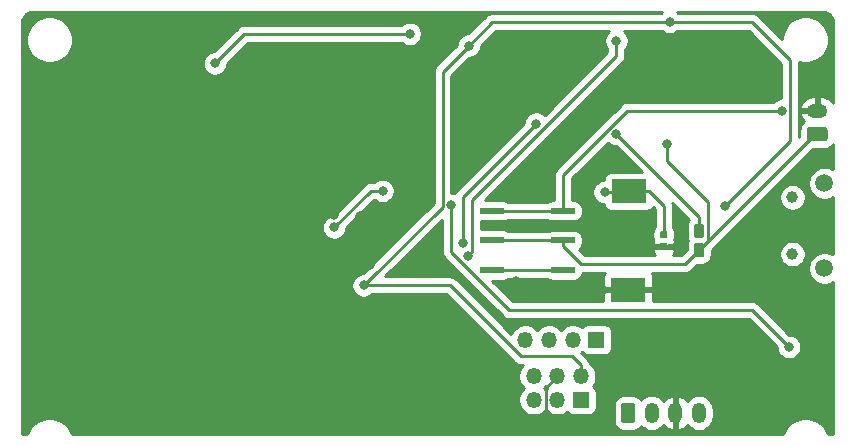
<source format=gtl>
G04 #@! TF.GenerationSoftware,KiCad,Pcbnew,5.1.5-52549c5~84~ubuntu18.04.1*
G04 #@! TF.CreationDate,2020-03-09T11:52:29+05:30*
G04 #@! TF.ProjectId,scale_hx711,7363616c-655f-4687-9837-31312e6b6963,rev?*
G04 #@! TF.SameCoordinates,Original*
G04 #@! TF.FileFunction,Copper,L1,Top*
G04 #@! TF.FilePolarity,Positive*
%FSLAX46Y46*%
G04 Gerber Fmt 4.6, Leading zero omitted, Abs format (unit mm)*
G04 Created by KiCad (PCBNEW 5.1.5-52549c5~84~ubuntu18.04.1) date 2020-03-09 11:52:29*
%MOMM*%
%LPD*%
G04 APERTURE LIST*
%ADD10C,0.100000*%
%ADD11C,1.000000*%
%ADD12C,1.500000*%
%ADD13R,3.000000X2.000000*%
%ADD14R,2.000000X0.500000*%
%ADD15O,1.750000X1.200000*%
%ADD16R,1.350000X1.350000*%
%ADD17O,1.350000X1.350000*%
%ADD18O,1.200000X1.750000*%
%ADD19C,0.800000*%
%ADD20C,0.250000*%
%ADD21C,0.254000*%
G04 APERTURE END LIST*
G04 #@! TA.AperFunction,SMDPad,CuDef*
D10*
G36*
X65186958Y-29220710D02*
G01*
X65201276Y-29222834D01*
X65215317Y-29226351D01*
X65228946Y-29231228D01*
X65242031Y-29237417D01*
X65254447Y-29244858D01*
X65266073Y-29253481D01*
X65276798Y-29263202D01*
X65286519Y-29273927D01*
X65295142Y-29285553D01*
X65302583Y-29297969D01*
X65308772Y-29311054D01*
X65313649Y-29324683D01*
X65317166Y-29338724D01*
X65319290Y-29353042D01*
X65320000Y-29367500D01*
X65320000Y-29662500D01*
X65319290Y-29676958D01*
X65317166Y-29691276D01*
X65313649Y-29705317D01*
X65308772Y-29718946D01*
X65302583Y-29732031D01*
X65295142Y-29744447D01*
X65286519Y-29756073D01*
X65276798Y-29766798D01*
X65266073Y-29776519D01*
X65254447Y-29785142D01*
X65242031Y-29792583D01*
X65228946Y-29798772D01*
X65215317Y-29803649D01*
X65201276Y-29807166D01*
X65186958Y-29809290D01*
X65172500Y-29810000D01*
X64827500Y-29810000D01*
X64813042Y-29809290D01*
X64798724Y-29807166D01*
X64784683Y-29803649D01*
X64771054Y-29798772D01*
X64757969Y-29792583D01*
X64745553Y-29785142D01*
X64733927Y-29776519D01*
X64723202Y-29766798D01*
X64713481Y-29756073D01*
X64704858Y-29744447D01*
X64697417Y-29732031D01*
X64691228Y-29718946D01*
X64686351Y-29705317D01*
X64682834Y-29691276D01*
X64680710Y-29676958D01*
X64680000Y-29662500D01*
X64680000Y-29367500D01*
X64680710Y-29353042D01*
X64682834Y-29338724D01*
X64686351Y-29324683D01*
X64691228Y-29311054D01*
X64697417Y-29297969D01*
X64704858Y-29285553D01*
X64713481Y-29273927D01*
X64723202Y-29263202D01*
X64733927Y-29253481D01*
X64745553Y-29244858D01*
X64757969Y-29237417D01*
X64771054Y-29231228D01*
X64784683Y-29226351D01*
X64798724Y-29222834D01*
X64813042Y-29220710D01*
X64827500Y-29220000D01*
X65172500Y-29220000D01*
X65186958Y-29220710D01*
G37*
G04 #@! TD.AperFunction*
G04 #@! TA.AperFunction,SMDPad,CuDef*
G36*
X65186958Y-30190710D02*
G01*
X65201276Y-30192834D01*
X65215317Y-30196351D01*
X65228946Y-30201228D01*
X65242031Y-30207417D01*
X65254447Y-30214858D01*
X65266073Y-30223481D01*
X65276798Y-30233202D01*
X65286519Y-30243927D01*
X65295142Y-30255553D01*
X65302583Y-30267969D01*
X65308772Y-30281054D01*
X65313649Y-30294683D01*
X65317166Y-30308724D01*
X65319290Y-30323042D01*
X65320000Y-30337500D01*
X65320000Y-30632500D01*
X65319290Y-30646958D01*
X65317166Y-30661276D01*
X65313649Y-30675317D01*
X65308772Y-30688946D01*
X65302583Y-30702031D01*
X65295142Y-30714447D01*
X65286519Y-30726073D01*
X65276798Y-30736798D01*
X65266073Y-30746519D01*
X65254447Y-30755142D01*
X65242031Y-30762583D01*
X65228946Y-30768772D01*
X65215317Y-30773649D01*
X65201276Y-30777166D01*
X65186958Y-30779290D01*
X65172500Y-30780000D01*
X64827500Y-30780000D01*
X64813042Y-30779290D01*
X64798724Y-30777166D01*
X64784683Y-30773649D01*
X64771054Y-30768772D01*
X64757969Y-30762583D01*
X64745553Y-30755142D01*
X64733927Y-30746519D01*
X64723202Y-30736798D01*
X64713481Y-30726073D01*
X64704858Y-30714447D01*
X64697417Y-30702031D01*
X64691228Y-30688946D01*
X64686351Y-30675317D01*
X64682834Y-30661276D01*
X64680710Y-30646958D01*
X64680000Y-30632500D01*
X64680000Y-30337500D01*
X64680710Y-30323042D01*
X64682834Y-30308724D01*
X64686351Y-30294683D01*
X64691228Y-30281054D01*
X64697417Y-30267969D01*
X64704858Y-30255553D01*
X64713481Y-30243927D01*
X64723202Y-30233202D01*
X64733927Y-30223481D01*
X64745553Y-30214858D01*
X64757969Y-30207417D01*
X64771054Y-30201228D01*
X64784683Y-30196351D01*
X64798724Y-30192834D01*
X64813042Y-30190710D01*
X64827500Y-30190000D01*
X65172500Y-30190000D01*
X65186958Y-30190710D01*
G37*
G04 #@! TD.AperFunction*
G04 #@! TA.AperFunction,SMDPad,CuDef*
G36*
X68233329Y-28576023D02*
G01*
X68253957Y-28579083D01*
X68274185Y-28584150D01*
X68293820Y-28591176D01*
X68312672Y-28600092D01*
X68330559Y-28610813D01*
X68347309Y-28623235D01*
X68362760Y-28637240D01*
X68376765Y-28652691D01*
X68389187Y-28669441D01*
X68399908Y-28687328D01*
X68408824Y-28706180D01*
X68415850Y-28725815D01*
X68420917Y-28746043D01*
X68423977Y-28766671D01*
X68425000Y-28787500D01*
X68425000Y-29587500D01*
X68423977Y-29608329D01*
X68420917Y-29628957D01*
X68415850Y-29649185D01*
X68408824Y-29668820D01*
X68399908Y-29687672D01*
X68389187Y-29705559D01*
X68376765Y-29722309D01*
X68362760Y-29737760D01*
X68347309Y-29751765D01*
X68330559Y-29764187D01*
X68312672Y-29774908D01*
X68293820Y-29783824D01*
X68274185Y-29790850D01*
X68253957Y-29795917D01*
X68233329Y-29798977D01*
X68212500Y-29800000D01*
X67787500Y-29800000D01*
X67766671Y-29798977D01*
X67746043Y-29795917D01*
X67725815Y-29790850D01*
X67706180Y-29783824D01*
X67687328Y-29774908D01*
X67669441Y-29764187D01*
X67652691Y-29751765D01*
X67637240Y-29737760D01*
X67623235Y-29722309D01*
X67610813Y-29705559D01*
X67600092Y-29687672D01*
X67591176Y-29668820D01*
X67584150Y-29649185D01*
X67579083Y-29628957D01*
X67576023Y-29608329D01*
X67575000Y-29587500D01*
X67575000Y-28787500D01*
X67576023Y-28766671D01*
X67579083Y-28746043D01*
X67584150Y-28725815D01*
X67591176Y-28706180D01*
X67600092Y-28687328D01*
X67610813Y-28669441D01*
X67623235Y-28652691D01*
X67637240Y-28637240D01*
X67652691Y-28623235D01*
X67669441Y-28610813D01*
X67687328Y-28600092D01*
X67706180Y-28591176D01*
X67725815Y-28584150D01*
X67746043Y-28579083D01*
X67766671Y-28576023D01*
X67787500Y-28575000D01*
X68212500Y-28575000D01*
X68233329Y-28576023D01*
G37*
G04 #@! TD.AperFunction*
G04 #@! TA.AperFunction,SMDPad,CuDef*
G36*
X68233329Y-30201023D02*
G01*
X68253957Y-30204083D01*
X68274185Y-30209150D01*
X68293820Y-30216176D01*
X68312672Y-30225092D01*
X68330559Y-30235813D01*
X68347309Y-30248235D01*
X68362760Y-30262240D01*
X68376765Y-30277691D01*
X68389187Y-30294441D01*
X68399908Y-30312328D01*
X68408824Y-30331180D01*
X68415850Y-30350815D01*
X68420917Y-30371043D01*
X68423977Y-30391671D01*
X68425000Y-30412500D01*
X68425000Y-31212500D01*
X68423977Y-31233329D01*
X68420917Y-31253957D01*
X68415850Y-31274185D01*
X68408824Y-31293820D01*
X68399908Y-31312672D01*
X68389187Y-31330559D01*
X68376765Y-31347309D01*
X68362760Y-31362760D01*
X68347309Y-31376765D01*
X68330559Y-31389187D01*
X68312672Y-31399908D01*
X68293820Y-31408824D01*
X68274185Y-31415850D01*
X68253957Y-31420917D01*
X68233329Y-31423977D01*
X68212500Y-31425000D01*
X67787500Y-31425000D01*
X67766671Y-31423977D01*
X67746043Y-31420917D01*
X67725815Y-31415850D01*
X67706180Y-31408824D01*
X67687328Y-31399908D01*
X67669441Y-31389187D01*
X67652691Y-31376765D01*
X67637240Y-31362760D01*
X67623235Y-31347309D01*
X67610813Y-31330559D01*
X67600092Y-31312672D01*
X67591176Y-31293820D01*
X67584150Y-31274185D01*
X67579083Y-31253957D01*
X67576023Y-31233329D01*
X67575000Y-31212500D01*
X67575000Y-30412500D01*
X67576023Y-30391671D01*
X67579083Y-30371043D01*
X67584150Y-30350815D01*
X67591176Y-30331180D01*
X67600092Y-30312328D01*
X67610813Y-30294441D01*
X67623235Y-30277691D01*
X67637240Y-30262240D01*
X67652691Y-30248235D01*
X67669441Y-30235813D01*
X67687328Y-30225092D01*
X67706180Y-30216176D01*
X67725815Y-30209150D01*
X67746043Y-30204083D01*
X67766671Y-30201023D01*
X67787500Y-30200000D01*
X68212500Y-30200000D01*
X68233329Y-30201023D01*
G37*
G04 #@! TD.AperFunction*
D11*
X75900000Y-26350000D03*
X75900000Y-31150000D03*
D12*
X78600000Y-25150000D03*
X78600000Y-32350000D03*
D13*
X62000000Y-34150000D03*
X62050000Y-25850000D03*
D14*
X56500000Y-32500000D03*
X56500000Y-30000000D03*
X56500000Y-27500000D03*
X50500000Y-27500000D03*
X50500000Y-29950000D03*
X50500000Y-32500000D03*
G04 #@! TA.AperFunction,ComponentPad*
D10*
G36*
X78649505Y-20401204D02*
G01*
X78673773Y-20404804D01*
X78697572Y-20410765D01*
X78720671Y-20419030D01*
X78742850Y-20429520D01*
X78763893Y-20442132D01*
X78783599Y-20456747D01*
X78801777Y-20473223D01*
X78818253Y-20491401D01*
X78832868Y-20511107D01*
X78845480Y-20532150D01*
X78855970Y-20554329D01*
X78864235Y-20577428D01*
X78870196Y-20601227D01*
X78873796Y-20625495D01*
X78875000Y-20649999D01*
X78875000Y-21350001D01*
X78873796Y-21374505D01*
X78870196Y-21398773D01*
X78864235Y-21422572D01*
X78855970Y-21445671D01*
X78845480Y-21467850D01*
X78832868Y-21488893D01*
X78818253Y-21508599D01*
X78801777Y-21526777D01*
X78783599Y-21543253D01*
X78763893Y-21557868D01*
X78742850Y-21570480D01*
X78720671Y-21580970D01*
X78697572Y-21589235D01*
X78673773Y-21595196D01*
X78649505Y-21598796D01*
X78625001Y-21600000D01*
X77374999Y-21600000D01*
X77350495Y-21598796D01*
X77326227Y-21595196D01*
X77302428Y-21589235D01*
X77279329Y-21580970D01*
X77257150Y-21570480D01*
X77236107Y-21557868D01*
X77216401Y-21543253D01*
X77198223Y-21526777D01*
X77181747Y-21508599D01*
X77167132Y-21488893D01*
X77154520Y-21467850D01*
X77144030Y-21445671D01*
X77135765Y-21422572D01*
X77129804Y-21398773D01*
X77126204Y-21374505D01*
X77125000Y-21350001D01*
X77125000Y-20649999D01*
X77126204Y-20625495D01*
X77129804Y-20601227D01*
X77135765Y-20577428D01*
X77144030Y-20554329D01*
X77154520Y-20532150D01*
X77167132Y-20511107D01*
X77181747Y-20491401D01*
X77198223Y-20473223D01*
X77216401Y-20456747D01*
X77236107Y-20442132D01*
X77257150Y-20429520D01*
X77279329Y-20419030D01*
X77302428Y-20410765D01*
X77326227Y-20404804D01*
X77350495Y-20401204D01*
X77374999Y-20400000D01*
X78625001Y-20400000D01*
X78649505Y-20401204D01*
G37*
G04 #@! TD.AperFunction*
D15*
X78000000Y-19000000D03*
D16*
X58000000Y-43500000D03*
D17*
X58000000Y-41500000D03*
X56000000Y-43500000D03*
X56000000Y-41500000D03*
X54000000Y-43500000D03*
X54000000Y-41500000D03*
G04 #@! TA.AperFunction,ComponentPad*
D10*
G36*
X62374505Y-43726204D02*
G01*
X62398773Y-43729804D01*
X62422572Y-43735765D01*
X62445671Y-43744030D01*
X62467850Y-43754520D01*
X62488893Y-43767132D01*
X62508599Y-43781747D01*
X62526777Y-43798223D01*
X62543253Y-43816401D01*
X62557868Y-43836107D01*
X62570480Y-43857150D01*
X62580970Y-43879329D01*
X62589235Y-43902428D01*
X62595196Y-43926227D01*
X62598796Y-43950495D01*
X62600000Y-43974999D01*
X62600000Y-45225001D01*
X62598796Y-45249505D01*
X62595196Y-45273773D01*
X62589235Y-45297572D01*
X62580970Y-45320671D01*
X62570480Y-45342850D01*
X62557868Y-45363893D01*
X62543253Y-45383599D01*
X62526777Y-45401777D01*
X62508599Y-45418253D01*
X62488893Y-45432868D01*
X62467850Y-45445480D01*
X62445671Y-45455970D01*
X62422572Y-45464235D01*
X62398773Y-45470196D01*
X62374505Y-45473796D01*
X62350001Y-45475000D01*
X61649999Y-45475000D01*
X61625495Y-45473796D01*
X61601227Y-45470196D01*
X61577428Y-45464235D01*
X61554329Y-45455970D01*
X61532150Y-45445480D01*
X61511107Y-45432868D01*
X61491401Y-45418253D01*
X61473223Y-45401777D01*
X61456747Y-45383599D01*
X61442132Y-45363893D01*
X61429520Y-45342850D01*
X61419030Y-45320671D01*
X61410765Y-45297572D01*
X61404804Y-45273773D01*
X61401204Y-45249505D01*
X61400000Y-45225001D01*
X61400000Y-43974999D01*
X61401204Y-43950495D01*
X61404804Y-43926227D01*
X61410765Y-43902428D01*
X61419030Y-43879329D01*
X61429520Y-43857150D01*
X61442132Y-43836107D01*
X61456747Y-43816401D01*
X61473223Y-43798223D01*
X61491401Y-43781747D01*
X61511107Y-43767132D01*
X61532150Y-43754520D01*
X61554329Y-43744030D01*
X61577428Y-43735765D01*
X61601227Y-43729804D01*
X61625495Y-43726204D01*
X61649999Y-43725000D01*
X62350001Y-43725000D01*
X62374505Y-43726204D01*
G37*
G04 #@! TD.AperFunction*
D18*
X64000000Y-44600000D03*
X66000000Y-44600000D03*
X68000000Y-44600000D03*
D16*
X59300000Y-38400000D03*
D17*
X57300000Y-38400000D03*
X55300000Y-38400000D03*
X53300000Y-38400000D03*
D19*
X65300000Y-21800000D03*
X39600000Y-45800000D03*
X38800000Y-45800000D03*
X38800000Y-45000000D03*
X39600000Y-45000000D03*
X51700000Y-34200000D03*
X52500000Y-34200000D03*
X52500000Y-33400000D03*
X35700000Y-33800000D03*
X40100000Y-32100000D03*
X40100000Y-31300000D03*
X35000000Y-27900000D03*
X37100000Y-27800000D03*
X39300000Y-27900000D03*
X43000000Y-45800000D03*
X43800000Y-45800000D03*
X43800000Y-45000000D03*
X43000000Y-45000000D03*
X53000000Y-45800000D03*
X52200000Y-45800000D03*
X43500000Y-43000000D03*
X43500000Y-41500000D03*
X46000000Y-39000000D03*
X48500000Y-41500000D03*
X43500000Y-37000000D03*
X48500000Y-37000000D03*
X48800000Y-20500000D03*
X56800000Y-21900000D03*
X53200000Y-19300000D03*
X55900000Y-14100000D03*
X68200153Y-16399847D03*
X74300000Y-30000000D03*
X61200000Y-30000000D03*
X60000000Y-23000000D03*
X65500000Y-11500000D03*
X48500000Y-13500000D03*
X70200000Y-27100000D03*
X39600000Y-33800000D03*
X37100000Y-28900000D03*
X41200000Y-25800000D03*
X60000000Y-25900000D03*
X61000000Y-21000000D03*
X43500000Y-12500000D03*
X27000000Y-15000000D03*
X75000000Y-19000000D03*
X47000000Y-27000000D03*
X75600000Y-39000000D03*
X48000000Y-30200000D03*
X54200000Y-20100000D03*
X48400000Y-31300000D03*
X61000000Y-13100000D03*
D20*
X68000000Y-30812500D02*
X66812500Y-32000000D01*
X56500000Y-30500000D02*
X56500000Y-30000000D01*
X58000000Y-32000000D02*
X56500000Y-30500000D01*
X66812500Y-32000000D02*
X58000000Y-32000000D01*
X56450000Y-29950000D02*
X56500000Y-30000000D01*
X50500000Y-29950000D02*
X56450000Y-29950000D01*
X77812500Y-21000000D02*
X78000000Y-21000000D01*
X68000000Y-30812500D02*
X77812500Y-21000000D01*
X68423570Y-30388930D02*
X68000000Y-30812500D01*
X68750010Y-30062490D02*
X68423570Y-30388930D01*
X68750010Y-26723012D02*
X68750010Y-30062490D01*
X65300000Y-23273002D02*
X68750010Y-26723012D01*
X65300000Y-21800000D02*
X65300000Y-23273002D01*
X51700000Y-34200000D02*
X52500000Y-34200000D01*
X52500000Y-33400000D02*
X51700000Y-34200000D01*
X40100000Y-32100000D02*
X40100000Y-31300000D01*
X53565685Y-45800000D02*
X53000000Y-45800000D01*
X55000000Y-44365685D02*
X53565685Y-45800000D01*
X55000000Y-42500000D02*
X55000000Y-44365685D01*
X56000000Y-41500000D02*
X55000000Y-42500000D01*
X65500000Y-11500000D02*
X50500000Y-11500000D01*
X50500000Y-11500000D02*
X48500000Y-13500000D01*
X75725001Y-21574999D02*
X75725001Y-14725001D01*
X70200000Y-27100000D02*
X75725001Y-21574999D01*
X72500000Y-11500000D02*
X65500000Y-11500000D01*
X75725001Y-14725001D02*
X72500000Y-11500000D01*
X39999999Y-33400001D02*
X39600000Y-33800000D01*
X46274999Y-27125001D02*
X39999999Y-33400001D01*
X46274999Y-15725001D02*
X46274999Y-27125001D01*
X48500000Y-13500000D02*
X46274999Y-15725001D01*
X58000000Y-40545406D02*
X57254594Y-39800000D01*
X58000000Y-41500000D02*
X58000000Y-40545406D01*
X57254594Y-39800000D02*
X52900000Y-39800000D01*
X46900000Y-33800000D02*
X39600000Y-33800000D01*
X52900000Y-39800000D02*
X46900000Y-33800000D01*
X37100000Y-28900000D02*
X40200000Y-25800000D01*
X40200000Y-25800000D02*
X41200000Y-25800000D01*
X63800000Y-25850000D02*
X62050000Y-25850000D01*
X65000000Y-27050000D02*
X63800000Y-25850000D01*
X65000000Y-29515000D02*
X65000000Y-27050000D01*
X62000000Y-25900000D02*
X62050000Y-25850000D01*
X60000000Y-25900000D02*
X62000000Y-25900000D01*
X68000000Y-28000000D02*
X68000000Y-29187500D01*
X61000000Y-21000000D02*
X68000000Y-28000000D01*
X43500000Y-12500000D02*
X29500000Y-12500000D01*
X29500000Y-12500000D02*
X27000000Y-15000000D01*
X50500000Y-27500000D02*
X56500000Y-27500000D01*
X61926998Y-19000000D02*
X75000000Y-19000000D01*
X56500000Y-27500000D02*
X56500000Y-24426998D01*
X56500000Y-24426998D02*
X61926998Y-19000000D01*
X50500000Y-32500000D02*
X56500000Y-32500000D01*
X47000000Y-27000000D02*
X47000000Y-30973002D01*
X47000000Y-30973002D02*
X51926998Y-35900000D01*
X72500000Y-35900000D02*
X75600000Y-39000000D01*
X51926998Y-35900000D02*
X72500000Y-35900000D01*
X48000000Y-30200000D02*
X48000000Y-26300000D01*
X48000000Y-26300000D02*
X54200000Y-20100000D01*
X61000000Y-14373002D02*
X61000000Y-13100000D01*
X48799999Y-26573003D02*
X61000000Y-14373002D01*
X48400000Y-31300000D02*
X48799999Y-30900001D01*
X48799999Y-30900001D02*
X48799999Y-26573003D01*
D21*
G36*
X64840226Y-10696063D02*
G01*
X64796289Y-10740000D01*
X50537322Y-10740000D01*
X50499999Y-10736324D01*
X50462676Y-10740000D01*
X50462667Y-10740000D01*
X50351014Y-10750997D01*
X50217465Y-10791508D01*
X50207753Y-10794454D01*
X50075723Y-10865026D01*
X49992083Y-10933668D01*
X49959999Y-10959999D01*
X49936201Y-10988997D01*
X48460199Y-12465000D01*
X48398061Y-12465000D01*
X48198102Y-12504774D01*
X48009744Y-12582795D01*
X47840226Y-12696063D01*
X47696063Y-12840226D01*
X47582795Y-13009744D01*
X47504774Y-13198102D01*
X47465000Y-13398061D01*
X47465000Y-13460198D01*
X45764002Y-15161197D01*
X45734998Y-15185000D01*
X45679870Y-15252175D01*
X45640025Y-15300725D01*
X45608355Y-15359975D01*
X45569453Y-15432755D01*
X45525996Y-15576016D01*
X45514999Y-15687669D01*
X45514999Y-15687679D01*
X45511323Y-15725001D01*
X45514999Y-15762323D01*
X45515000Y-26810198D01*
X39560199Y-32765000D01*
X39498061Y-32765000D01*
X39298102Y-32804774D01*
X39109744Y-32882795D01*
X38940226Y-32996063D01*
X38796063Y-33140226D01*
X38682795Y-33309744D01*
X38604774Y-33498102D01*
X38565000Y-33698061D01*
X38565000Y-33901939D01*
X38604774Y-34101898D01*
X38682795Y-34290256D01*
X38796063Y-34459774D01*
X38940226Y-34603937D01*
X39109744Y-34717205D01*
X39298102Y-34795226D01*
X39498061Y-34835000D01*
X39701939Y-34835000D01*
X39901898Y-34795226D01*
X40090256Y-34717205D01*
X40259774Y-34603937D01*
X40303711Y-34560000D01*
X46585199Y-34560000D01*
X52336205Y-40311008D01*
X52359999Y-40340001D01*
X52388992Y-40363795D01*
X52388996Y-40363799D01*
X52459685Y-40421811D01*
X52475724Y-40434974D01*
X52607753Y-40505546D01*
X52751014Y-40549003D01*
X52862667Y-40560000D01*
X52862676Y-40560000D01*
X52899999Y-40563676D01*
X52937322Y-40560000D01*
X53087379Y-40560000D01*
X52982456Y-40664923D01*
X52839093Y-40879482D01*
X52740342Y-41117887D01*
X52690000Y-41370976D01*
X52690000Y-41629024D01*
X52740342Y-41882113D01*
X52839093Y-42120518D01*
X52982456Y-42335077D01*
X53147379Y-42500000D01*
X52982456Y-42664923D01*
X52839093Y-42879482D01*
X52740342Y-43117887D01*
X52690000Y-43370976D01*
X52690000Y-43629024D01*
X52740342Y-43882113D01*
X52839093Y-44120518D01*
X52982456Y-44335077D01*
X53164923Y-44517544D01*
X53379482Y-44660907D01*
X53617887Y-44759658D01*
X53870976Y-44810000D01*
X54129024Y-44810000D01*
X54382113Y-44759658D01*
X54620518Y-44660907D01*
X54835077Y-44517544D01*
X55000000Y-44352621D01*
X55164923Y-44517544D01*
X55379482Y-44660907D01*
X55617887Y-44759658D01*
X55870976Y-44810000D01*
X56129024Y-44810000D01*
X56382113Y-44759658D01*
X56620518Y-44660907D01*
X56802513Y-44539303D01*
X56873815Y-44626185D01*
X56970506Y-44705537D01*
X57080820Y-44764502D01*
X57200518Y-44800812D01*
X57325000Y-44813072D01*
X58675000Y-44813072D01*
X58799482Y-44800812D01*
X58919180Y-44764502D01*
X59029494Y-44705537D01*
X59126185Y-44626185D01*
X59205537Y-44529494D01*
X59264502Y-44419180D01*
X59300812Y-44299482D01*
X59313072Y-44175000D01*
X59313072Y-43974999D01*
X60761928Y-43974999D01*
X60761928Y-45225001D01*
X60778992Y-45398255D01*
X60829528Y-45564851D01*
X60911595Y-45718387D01*
X61022038Y-45852962D01*
X61156613Y-45963405D01*
X61310149Y-46045472D01*
X61476745Y-46096008D01*
X61649999Y-46113072D01*
X62350001Y-46113072D01*
X62523255Y-46096008D01*
X62689851Y-46045472D01*
X62843387Y-45963405D01*
X62977962Y-45852962D01*
X63088405Y-45718387D01*
X63090810Y-45713888D01*
X63122499Y-45752502D01*
X63310552Y-45906833D01*
X63525100Y-46021511D01*
X63757899Y-46092130D01*
X64000000Y-46115975D01*
X64242102Y-46092130D01*
X64474901Y-46021511D01*
X64689449Y-45906833D01*
X64877502Y-45752502D01*
X65000481Y-45602652D01*
X65043693Y-45666725D01*
X65216526Y-45838078D01*
X65419467Y-45972421D01*
X65644718Y-46064591D01*
X65682391Y-46068462D01*
X65873000Y-45943731D01*
X65873000Y-44727000D01*
X65853000Y-44727000D01*
X65853000Y-44473000D01*
X65873000Y-44473000D01*
X65873000Y-43256269D01*
X66127000Y-43256269D01*
X66127000Y-44473000D01*
X66147000Y-44473000D01*
X66147000Y-44727000D01*
X66127000Y-44727000D01*
X66127000Y-45943731D01*
X66317609Y-46068462D01*
X66355282Y-46064591D01*
X66580533Y-45972421D01*
X66783474Y-45838078D01*
X66956307Y-45666725D01*
X66999520Y-45602651D01*
X67122499Y-45752502D01*
X67310552Y-45906833D01*
X67525100Y-46021511D01*
X67757899Y-46092130D01*
X68000000Y-46115975D01*
X68242102Y-46092130D01*
X68474901Y-46021511D01*
X68689449Y-45906833D01*
X68877502Y-45752502D01*
X69031833Y-45564449D01*
X69146511Y-45349900D01*
X69217130Y-45117101D01*
X69235000Y-44935664D01*
X69235000Y-44264335D01*
X69217130Y-44082898D01*
X69146511Y-43850099D01*
X69031833Y-43635551D01*
X68877502Y-43447498D01*
X68689448Y-43293167D01*
X68474900Y-43178489D01*
X68242101Y-43107870D01*
X68000000Y-43084025D01*
X67757898Y-43107870D01*
X67525099Y-43178489D01*
X67310551Y-43293167D01*
X67122498Y-43447498D01*
X66999519Y-43597349D01*
X66956307Y-43533275D01*
X66783474Y-43361922D01*
X66580533Y-43227579D01*
X66355282Y-43135409D01*
X66317609Y-43131538D01*
X66127000Y-43256269D01*
X65873000Y-43256269D01*
X65682391Y-43131538D01*
X65644718Y-43135409D01*
X65419467Y-43227579D01*
X65216526Y-43361922D01*
X65043693Y-43533275D01*
X65000481Y-43597348D01*
X64877502Y-43447498D01*
X64689448Y-43293167D01*
X64474900Y-43178489D01*
X64242101Y-43107870D01*
X64000000Y-43084025D01*
X63757898Y-43107870D01*
X63525099Y-43178489D01*
X63310551Y-43293167D01*
X63122498Y-43447498D01*
X63090809Y-43486111D01*
X63088405Y-43481613D01*
X62977962Y-43347038D01*
X62843387Y-43236595D01*
X62689851Y-43154528D01*
X62523255Y-43103992D01*
X62350001Y-43086928D01*
X61649999Y-43086928D01*
X61476745Y-43103992D01*
X61310149Y-43154528D01*
X61156613Y-43236595D01*
X61022038Y-43347038D01*
X60911595Y-43481613D01*
X60829528Y-43635149D01*
X60778992Y-43801745D01*
X60761928Y-43974999D01*
X59313072Y-43974999D01*
X59313072Y-42825000D01*
X59300812Y-42700518D01*
X59264502Y-42580820D01*
X59205537Y-42470506D01*
X59126185Y-42373815D01*
X59039303Y-42302513D01*
X59160907Y-42120518D01*
X59259658Y-41882113D01*
X59310000Y-41629024D01*
X59310000Y-41370976D01*
X59259658Y-41117887D01*
X59160907Y-40879482D01*
X59017544Y-40664923D01*
X58835077Y-40482456D01*
X58752010Y-40426953D01*
X58749003Y-40396420D01*
X58705546Y-40253159D01*
X58634974Y-40121130D01*
X58540001Y-40005405D01*
X58511002Y-39981607D01*
X58022296Y-39492901D01*
X58102513Y-39439303D01*
X58173815Y-39526185D01*
X58270506Y-39605537D01*
X58380820Y-39664502D01*
X58500518Y-39700812D01*
X58625000Y-39713072D01*
X59975000Y-39713072D01*
X60099482Y-39700812D01*
X60219180Y-39664502D01*
X60329494Y-39605537D01*
X60426185Y-39526185D01*
X60505537Y-39429494D01*
X60564502Y-39319180D01*
X60600812Y-39199482D01*
X60613072Y-39075000D01*
X60613072Y-37725000D01*
X60600812Y-37600518D01*
X60564502Y-37480820D01*
X60505537Y-37370506D01*
X60426185Y-37273815D01*
X60329494Y-37194463D01*
X60219180Y-37135498D01*
X60099482Y-37099188D01*
X59975000Y-37086928D01*
X58625000Y-37086928D01*
X58500518Y-37099188D01*
X58380820Y-37135498D01*
X58270506Y-37194463D01*
X58173815Y-37273815D01*
X58102513Y-37360697D01*
X57920518Y-37239093D01*
X57682113Y-37140342D01*
X57429024Y-37090000D01*
X57170976Y-37090000D01*
X56917887Y-37140342D01*
X56679482Y-37239093D01*
X56464923Y-37382456D01*
X56300000Y-37547379D01*
X56135077Y-37382456D01*
X55920518Y-37239093D01*
X55682113Y-37140342D01*
X55429024Y-37090000D01*
X55170976Y-37090000D01*
X54917887Y-37140342D01*
X54679482Y-37239093D01*
X54464923Y-37382456D01*
X54300000Y-37547379D01*
X54135077Y-37382456D01*
X53920518Y-37239093D01*
X53682113Y-37140342D01*
X53429024Y-37090000D01*
X53170976Y-37090000D01*
X52917887Y-37140342D01*
X52679482Y-37239093D01*
X52464923Y-37382456D01*
X52282456Y-37564923D01*
X52139093Y-37779482D01*
X52084964Y-37910161D01*
X47463804Y-33289003D01*
X47440001Y-33259999D01*
X47324276Y-33165026D01*
X47192247Y-33094454D01*
X47048986Y-33050997D01*
X46937333Y-33040000D01*
X46937322Y-33040000D01*
X46900000Y-33036324D01*
X46862678Y-33040000D01*
X41434801Y-33040000D01*
X46240000Y-28234802D01*
X46240001Y-30935670D01*
X46236324Y-30973002D01*
X46240001Y-31010335D01*
X46250998Y-31121988D01*
X46259803Y-31151015D01*
X46294454Y-31265248D01*
X46365026Y-31397278D01*
X46422340Y-31467114D01*
X46460000Y-31513003D01*
X46488998Y-31536801D01*
X51363203Y-36411008D01*
X51386997Y-36440001D01*
X51415990Y-36463795D01*
X51415994Y-36463799D01*
X51486683Y-36521811D01*
X51502722Y-36534974D01*
X51634751Y-36605546D01*
X51778012Y-36649003D01*
X51889665Y-36660000D01*
X51889674Y-36660000D01*
X51926997Y-36663676D01*
X51964320Y-36660000D01*
X72185199Y-36660000D01*
X74565000Y-39039802D01*
X74565000Y-39101939D01*
X74604774Y-39301898D01*
X74682795Y-39490256D01*
X74796063Y-39659774D01*
X74940226Y-39803937D01*
X75109744Y-39917205D01*
X75298102Y-39995226D01*
X75498061Y-40035000D01*
X75701939Y-40035000D01*
X75901898Y-39995226D01*
X76090256Y-39917205D01*
X76259774Y-39803937D01*
X76403937Y-39659774D01*
X76517205Y-39490256D01*
X76595226Y-39301898D01*
X76635000Y-39101939D01*
X76635000Y-38898061D01*
X76595226Y-38698102D01*
X76517205Y-38509744D01*
X76403937Y-38340226D01*
X76259774Y-38196063D01*
X76090256Y-38082795D01*
X75901898Y-38004774D01*
X75701939Y-37965000D01*
X75639802Y-37965000D01*
X73063804Y-35389003D01*
X73040001Y-35359999D01*
X72924276Y-35265026D01*
X72792247Y-35194454D01*
X72648986Y-35150997D01*
X72537333Y-35140000D01*
X72537322Y-35140000D01*
X72500000Y-35136324D01*
X72462678Y-35140000D01*
X64138029Y-35140000D01*
X64135000Y-34435750D01*
X63976250Y-34277000D01*
X62127000Y-34277000D01*
X62127000Y-34297000D01*
X61873000Y-34297000D01*
X61873000Y-34277000D01*
X60023750Y-34277000D01*
X59865000Y-34435750D01*
X59861971Y-35140000D01*
X52241801Y-35140000D01*
X50489872Y-33388072D01*
X51500000Y-33388072D01*
X51624482Y-33375812D01*
X51744180Y-33339502D01*
X51854494Y-33280537D01*
X51879518Y-33260000D01*
X55120482Y-33260000D01*
X55145506Y-33280537D01*
X55255820Y-33339502D01*
X55375518Y-33375812D01*
X55500000Y-33388072D01*
X57500000Y-33388072D01*
X57624482Y-33375812D01*
X57744180Y-33339502D01*
X57854494Y-33280537D01*
X57951185Y-33201185D01*
X58030537Y-33104494D01*
X58089502Y-32994180D01*
X58125812Y-32874482D01*
X58137087Y-32760000D01*
X59998602Y-32760000D01*
X59969463Y-32795506D01*
X59910498Y-32905820D01*
X59874188Y-33025518D01*
X59861928Y-33150000D01*
X59865000Y-33864250D01*
X60023750Y-34023000D01*
X61873000Y-34023000D01*
X61873000Y-34003000D01*
X62127000Y-34003000D01*
X62127000Y-34023000D01*
X63976250Y-34023000D01*
X64135000Y-33864250D01*
X64138072Y-33150000D01*
X64125812Y-33025518D01*
X64089502Y-32905820D01*
X64030537Y-32795506D01*
X64001398Y-32760000D01*
X66775178Y-32760000D01*
X66812500Y-32763676D01*
X66849822Y-32760000D01*
X66849833Y-32760000D01*
X66961486Y-32749003D01*
X67104747Y-32705546D01*
X67236776Y-32634974D01*
X67352501Y-32540001D01*
X67376304Y-32510997D01*
X67824229Y-32063072D01*
X68212500Y-32063072D01*
X68378438Y-32046728D01*
X68538000Y-31998326D01*
X68685052Y-31919725D01*
X68813945Y-31813945D01*
X68919725Y-31685052D01*
X68998326Y-31538000D01*
X69046728Y-31378438D01*
X69063072Y-31212500D01*
X69063072Y-31038212D01*
X74765000Y-31038212D01*
X74765000Y-31261788D01*
X74808617Y-31481067D01*
X74894176Y-31687624D01*
X75018388Y-31873520D01*
X75176480Y-32031612D01*
X75362376Y-32155824D01*
X75568933Y-32241383D01*
X75788212Y-32285000D01*
X76011788Y-32285000D01*
X76231067Y-32241383D01*
X76437624Y-32155824D01*
X76623520Y-32031612D01*
X76781612Y-31873520D01*
X76905824Y-31687624D01*
X76991383Y-31481067D01*
X77035000Y-31261788D01*
X77035000Y-31038212D01*
X76991383Y-30818933D01*
X76905824Y-30612376D01*
X76781612Y-30426480D01*
X76623520Y-30268388D01*
X76437624Y-30144176D01*
X76231067Y-30058617D01*
X76011788Y-30015000D01*
X75788212Y-30015000D01*
X75568933Y-30058617D01*
X75362376Y-30144176D01*
X75176480Y-30268388D01*
X75018388Y-30426480D01*
X74894176Y-30612376D01*
X74808617Y-30818933D01*
X74765000Y-31038212D01*
X69063072Y-31038212D01*
X69063072Y-30824229D01*
X69261008Y-30626293D01*
X69290011Y-30602491D01*
X69313813Y-30573488D01*
X73649089Y-26238212D01*
X74765000Y-26238212D01*
X74765000Y-26461788D01*
X74808617Y-26681067D01*
X74894176Y-26887624D01*
X75018388Y-27073520D01*
X75176480Y-27231612D01*
X75362376Y-27355824D01*
X75568933Y-27441383D01*
X75788212Y-27485000D01*
X76011788Y-27485000D01*
X76231067Y-27441383D01*
X76437624Y-27355824D01*
X76623520Y-27231612D01*
X76781612Y-27073520D01*
X76905824Y-26887624D01*
X76991383Y-26681067D01*
X77035000Y-26461788D01*
X77035000Y-26238212D01*
X76991383Y-26018933D01*
X76905824Y-25812376D01*
X76781612Y-25626480D01*
X76623520Y-25468388D01*
X76437624Y-25344176D01*
X76231067Y-25258617D01*
X76011788Y-25215000D01*
X75788212Y-25215000D01*
X75568933Y-25258617D01*
X75362376Y-25344176D01*
X75176480Y-25468388D01*
X75018388Y-25626480D01*
X74894176Y-25812376D01*
X74808617Y-26018933D01*
X74765000Y-26238212D01*
X73649089Y-26238212D01*
X77649230Y-22238072D01*
X78625001Y-22238072D01*
X78798255Y-22221008D01*
X78964851Y-22170472D01*
X79118387Y-22088405D01*
X79252962Y-21977962D01*
X79340001Y-21871905D01*
X79340001Y-23978728D01*
X79256043Y-23922629D01*
X79003989Y-23818225D01*
X78736411Y-23765000D01*
X78463589Y-23765000D01*
X78196011Y-23818225D01*
X77943957Y-23922629D01*
X77717114Y-24074201D01*
X77524201Y-24267114D01*
X77372629Y-24493957D01*
X77268225Y-24746011D01*
X77215000Y-25013589D01*
X77215000Y-25286411D01*
X77268225Y-25553989D01*
X77372629Y-25806043D01*
X77524201Y-26032886D01*
X77717114Y-26225799D01*
X77943957Y-26377371D01*
X78196011Y-26481775D01*
X78463589Y-26535000D01*
X78736411Y-26535000D01*
X79003989Y-26481775D01*
X79256043Y-26377371D01*
X79340001Y-26321272D01*
X79340000Y-31178728D01*
X79256043Y-31122629D01*
X79003989Y-31018225D01*
X78736411Y-30965000D01*
X78463589Y-30965000D01*
X78196011Y-31018225D01*
X77943957Y-31122629D01*
X77717114Y-31274201D01*
X77524201Y-31467114D01*
X77372629Y-31693957D01*
X77268225Y-31946011D01*
X77215000Y-32213589D01*
X77215000Y-32486411D01*
X77268225Y-32753989D01*
X77372629Y-33006043D01*
X77524201Y-33232886D01*
X77717114Y-33425799D01*
X77943957Y-33577371D01*
X78196011Y-33681775D01*
X78463589Y-33735000D01*
X78736411Y-33735000D01*
X79003989Y-33681775D01*
X79256043Y-33577371D01*
X79340000Y-33521272D01*
X79340000Y-46373000D01*
X78888837Y-46373000D01*
X78759085Y-46059750D01*
X78541851Y-45734636D01*
X78265364Y-45458149D01*
X77940250Y-45240915D01*
X77579003Y-45091282D01*
X77195505Y-45015000D01*
X76804495Y-45015000D01*
X76420997Y-45091282D01*
X76059750Y-45240915D01*
X75734636Y-45458149D01*
X75458149Y-45734636D01*
X75240915Y-46059750D01*
X75111163Y-46373000D01*
X14888837Y-46373000D01*
X14759085Y-46059750D01*
X14541851Y-45734636D01*
X14265364Y-45458149D01*
X13940250Y-45240915D01*
X13579003Y-45091282D01*
X13195505Y-45015000D01*
X12804495Y-45015000D01*
X12420997Y-45091282D01*
X12059750Y-45240915D01*
X11734636Y-45458149D01*
X11458149Y-45734636D01*
X11240915Y-46059750D01*
X11111163Y-46373000D01*
X10660000Y-46373000D01*
X10660000Y-28798061D01*
X36065000Y-28798061D01*
X36065000Y-29001939D01*
X36104774Y-29201898D01*
X36182795Y-29390256D01*
X36296063Y-29559774D01*
X36440226Y-29703937D01*
X36609744Y-29817205D01*
X36798102Y-29895226D01*
X36998061Y-29935000D01*
X37201939Y-29935000D01*
X37401898Y-29895226D01*
X37590256Y-29817205D01*
X37759774Y-29703937D01*
X37903937Y-29559774D01*
X38017205Y-29390256D01*
X38095226Y-29201898D01*
X38135000Y-29001939D01*
X38135000Y-28939801D01*
X40505545Y-26569256D01*
X40540226Y-26603937D01*
X40709744Y-26717205D01*
X40898102Y-26795226D01*
X41098061Y-26835000D01*
X41301939Y-26835000D01*
X41501898Y-26795226D01*
X41690256Y-26717205D01*
X41859774Y-26603937D01*
X42003937Y-26459774D01*
X42117205Y-26290256D01*
X42195226Y-26101898D01*
X42235000Y-25901939D01*
X42235000Y-25698061D01*
X42195226Y-25498102D01*
X42117205Y-25309744D01*
X42003937Y-25140226D01*
X41859774Y-24996063D01*
X41690256Y-24882795D01*
X41501898Y-24804774D01*
X41301939Y-24765000D01*
X41098061Y-24765000D01*
X40898102Y-24804774D01*
X40709744Y-24882795D01*
X40540226Y-24996063D01*
X40496289Y-25040000D01*
X40237322Y-25040000D01*
X40199999Y-25036324D01*
X40162676Y-25040000D01*
X40162667Y-25040000D01*
X40051014Y-25050997D01*
X39922436Y-25090000D01*
X39907753Y-25094454D01*
X39775723Y-25165026D01*
X39714830Y-25215000D01*
X39659999Y-25259999D01*
X39636201Y-25288997D01*
X37060199Y-27865000D01*
X36998061Y-27865000D01*
X36798102Y-27904774D01*
X36609744Y-27982795D01*
X36440226Y-28096063D01*
X36296063Y-28240226D01*
X36182795Y-28409744D01*
X36104774Y-28598102D01*
X36065000Y-28798061D01*
X10660000Y-28798061D01*
X10660000Y-12804495D01*
X11015000Y-12804495D01*
X11015000Y-13195505D01*
X11091282Y-13579003D01*
X11240915Y-13940250D01*
X11458149Y-14265364D01*
X11734636Y-14541851D01*
X12059750Y-14759085D01*
X12420997Y-14908718D01*
X12804495Y-14985000D01*
X13195505Y-14985000D01*
X13579003Y-14908718D01*
X13604731Y-14898061D01*
X25965000Y-14898061D01*
X25965000Y-15101939D01*
X26004774Y-15301898D01*
X26082795Y-15490256D01*
X26196063Y-15659774D01*
X26340226Y-15803937D01*
X26509744Y-15917205D01*
X26698102Y-15995226D01*
X26898061Y-16035000D01*
X27101939Y-16035000D01*
X27301898Y-15995226D01*
X27490256Y-15917205D01*
X27659774Y-15803937D01*
X27803937Y-15659774D01*
X27917205Y-15490256D01*
X27995226Y-15301898D01*
X28035000Y-15101939D01*
X28035000Y-15039801D01*
X29814802Y-13260000D01*
X42796289Y-13260000D01*
X42840226Y-13303937D01*
X43009744Y-13417205D01*
X43198102Y-13495226D01*
X43398061Y-13535000D01*
X43601939Y-13535000D01*
X43801898Y-13495226D01*
X43990256Y-13417205D01*
X44159774Y-13303937D01*
X44303937Y-13159774D01*
X44417205Y-12990256D01*
X44495226Y-12801898D01*
X44535000Y-12601939D01*
X44535000Y-12398061D01*
X44495226Y-12198102D01*
X44417205Y-12009744D01*
X44303937Y-11840226D01*
X44159774Y-11696063D01*
X43990256Y-11582795D01*
X43801898Y-11504774D01*
X43601939Y-11465000D01*
X43398061Y-11465000D01*
X43198102Y-11504774D01*
X43009744Y-11582795D01*
X42840226Y-11696063D01*
X42796289Y-11740000D01*
X29537323Y-11740000D01*
X29500000Y-11736324D01*
X29462677Y-11740000D01*
X29462667Y-11740000D01*
X29351014Y-11750997D01*
X29225021Y-11789216D01*
X29207753Y-11794454D01*
X29075723Y-11865026D01*
X29003526Y-11924277D01*
X28959999Y-11959999D01*
X28936201Y-11988997D01*
X26960199Y-13965000D01*
X26898061Y-13965000D01*
X26698102Y-14004774D01*
X26509744Y-14082795D01*
X26340226Y-14196063D01*
X26196063Y-14340226D01*
X26082795Y-14509744D01*
X26004774Y-14698102D01*
X25965000Y-14898061D01*
X13604731Y-14898061D01*
X13940250Y-14759085D01*
X14265364Y-14541851D01*
X14541851Y-14265364D01*
X14759085Y-13940250D01*
X14908718Y-13579003D01*
X14985000Y-13195505D01*
X14985000Y-12804495D01*
X14908718Y-12420997D01*
X14759085Y-12059750D01*
X14541851Y-11734636D01*
X14265364Y-11458149D01*
X13940250Y-11240915D01*
X13579003Y-11091282D01*
X13195505Y-11015000D01*
X12804495Y-11015000D01*
X12420997Y-11091282D01*
X12059750Y-11240915D01*
X11734636Y-11458149D01*
X11458149Y-11734636D01*
X11240915Y-12059750D01*
X11091282Y-12420997D01*
X11015000Y-12804495D01*
X10660000Y-12804495D01*
X10660000Y-11532277D01*
X10679102Y-11337460D01*
X10726308Y-11181106D01*
X10802982Y-11036904D01*
X10906207Y-10910337D01*
X11032051Y-10806231D01*
X11175711Y-10728553D01*
X11331729Y-10680258D01*
X11524473Y-10660000D01*
X64894198Y-10660000D01*
X64840226Y-10696063D01*
G37*
X64840226Y-10696063D02*
X64796289Y-10740000D01*
X50537322Y-10740000D01*
X50499999Y-10736324D01*
X50462676Y-10740000D01*
X50462667Y-10740000D01*
X50351014Y-10750997D01*
X50217465Y-10791508D01*
X50207753Y-10794454D01*
X50075723Y-10865026D01*
X49992083Y-10933668D01*
X49959999Y-10959999D01*
X49936201Y-10988997D01*
X48460199Y-12465000D01*
X48398061Y-12465000D01*
X48198102Y-12504774D01*
X48009744Y-12582795D01*
X47840226Y-12696063D01*
X47696063Y-12840226D01*
X47582795Y-13009744D01*
X47504774Y-13198102D01*
X47465000Y-13398061D01*
X47465000Y-13460198D01*
X45764002Y-15161197D01*
X45734998Y-15185000D01*
X45679870Y-15252175D01*
X45640025Y-15300725D01*
X45608355Y-15359975D01*
X45569453Y-15432755D01*
X45525996Y-15576016D01*
X45514999Y-15687669D01*
X45514999Y-15687679D01*
X45511323Y-15725001D01*
X45514999Y-15762323D01*
X45515000Y-26810198D01*
X39560199Y-32765000D01*
X39498061Y-32765000D01*
X39298102Y-32804774D01*
X39109744Y-32882795D01*
X38940226Y-32996063D01*
X38796063Y-33140226D01*
X38682795Y-33309744D01*
X38604774Y-33498102D01*
X38565000Y-33698061D01*
X38565000Y-33901939D01*
X38604774Y-34101898D01*
X38682795Y-34290256D01*
X38796063Y-34459774D01*
X38940226Y-34603937D01*
X39109744Y-34717205D01*
X39298102Y-34795226D01*
X39498061Y-34835000D01*
X39701939Y-34835000D01*
X39901898Y-34795226D01*
X40090256Y-34717205D01*
X40259774Y-34603937D01*
X40303711Y-34560000D01*
X46585199Y-34560000D01*
X52336205Y-40311008D01*
X52359999Y-40340001D01*
X52388992Y-40363795D01*
X52388996Y-40363799D01*
X52459685Y-40421811D01*
X52475724Y-40434974D01*
X52607753Y-40505546D01*
X52751014Y-40549003D01*
X52862667Y-40560000D01*
X52862676Y-40560000D01*
X52899999Y-40563676D01*
X52937322Y-40560000D01*
X53087379Y-40560000D01*
X52982456Y-40664923D01*
X52839093Y-40879482D01*
X52740342Y-41117887D01*
X52690000Y-41370976D01*
X52690000Y-41629024D01*
X52740342Y-41882113D01*
X52839093Y-42120518D01*
X52982456Y-42335077D01*
X53147379Y-42500000D01*
X52982456Y-42664923D01*
X52839093Y-42879482D01*
X52740342Y-43117887D01*
X52690000Y-43370976D01*
X52690000Y-43629024D01*
X52740342Y-43882113D01*
X52839093Y-44120518D01*
X52982456Y-44335077D01*
X53164923Y-44517544D01*
X53379482Y-44660907D01*
X53617887Y-44759658D01*
X53870976Y-44810000D01*
X54129024Y-44810000D01*
X54382113Y-44759658D01*
X54620518Y-44660907D01*
X54835077Y-44517544D01*
X55000000Y-44352621D01*
X55164923Y-44517544D01*
X55379482Y-44660907D01*
X55617887Y-44759658D01*
X55870976Y-44810000D01*
X56129024Y-44810000D01*
X56382113Y-44759658D01*
X56620518Y-44660907D01*
X56802513Y-44539303D01*
X56873815Y-44626185D01*
X56970506Y-44705537D01*
X57080820Y-44764502D01*
X57200518Y-44800812D01*
X57325000Y-44813072D01*
X58675000Y-44813072D01*
X58799482Y-44800812D01*
X58919180Y-44764502D01*
X59029494Y-44705537D01*
X59126185Y-44626185D01*
X59205537Y-44529494D01*
X59264502Y-44419180D01*
X59300812Y-44299482D01*
X59313072Y-44175000D01*
X59313072Y-43974999D01*
X60761928Y-43974999D01*
X60761928Y-45225001D01*
X60778992Y-45398255D01*
X60829528Y-45564851D01*
X60911595Y-45718387D01*
X61022038Y-45852962D01*
X61156613Y-45963405D01*
X61310149Y-46045472D01*
X61476745Y-46096008D01*
X61649999Y-46113072D01*
X62350001Y-46113072D01*
X62523255Y-46096008D01*
X62689851Y-46045472D01*
X62843387Y-45963405D01*
X62977962Y-45852962D01*
X63088405Y-45718387D01*
X63090810Y-45713888D01*
X63122499Y-45752502D01*
X63310552Y-45906833D01*
X63525100Y-46021511D01*
X63757899Y-46092130D01*
X64000000Y-46115975D01*
X64242102Y-46092130D01*
X64474901Y-46021511D01*
X64689449Y-45906833D01*
X64877502Y-45752502D01*
X65000481Y-45602652D01*
X65043693Y-45666725D01*
X65216526Y-45838078D01*
X65419467Y-45972421D01*
X65644718Y-46064591D01*
X65682391Y-46068462D01*
X65873000Y-45943731D01*
X65873000Y-44727000D01*
X65853000Y-44727000D01*
X65853000Y-44473000D01*
X65873000Y-44473000D01*
X65873000Y-43256269D01*
X66127000Y-43256269D01*
X66127000Y-44473000D01*
X66147000Y-44473000D01*
X66147000Y-44727000D01*
X66127000Y-44727000D01*
X66127000Y-45943731D01*
X66317609Y-46068462D01*
X66355282Y-46064591D01*
X66580533Y-45972421D01*
X66783474Y-45838078D01*
X66956307Y-45666725D01*
X66999520Y-45602651D01*
X67122499Y-45752502D01*
X67310552Y-45906833D01*
X67525100Y-46021511D01*
X67757899Y-46092130D01*
X68000000Y-46115975D01*
X68242102Y-46092130D01*
X68474901Y-46021511D01*
X68689449Y-45906833D01*
X68877502Y-45752502D01*
X69031833Y-45564449D01*
X69146511Y-45349900D01*
X69217130Y-45117101D01*
X69235000Y-44935664D01*
X69235000Y-44264335D01*
X69217130Y-44082898D01*
X69146511Y-43850099D01*
X69031833Y-43635551D01*
X68877502Y-43447498D01*
X68689448Y-43293167D01*
X68474900Y-43178489D01*
X68242101Y-43107870D01*
X68000000Y-43084025D01*
X67757898Y-43107870D01*
X67525099Y-43178489D01*
X67310551Y-43293167D01*
X67122498Y-43447498D01*
X66999519Y-43597349D01*
X66956307Y-43533275D01*
X66783474Y-43361922D01*
X66580533Y-43227579D01*
X66355282Y-43135409D01*
X66317609Y-43131538D01*
X66127000Y-43256269D01*
X65873000Y-43256269D01*
X65682391Y-43131538D01*
X65644718Y-43135409D01*
X65419467Y-43227579D01*
X65216526Y-43361922D01*
X65043693Y-43533275D01*
X65000481Y-43597348D01*
X64877502Y-43447498D01*
X64689448Y-43293167D01*
X64474900Y-43178489D01*
X64242101Y-43107870D01*
X64000000Y-43084025D01*
X63757898Y-43107870D01*
X63525099Y-43178489D01*
X63310551Y-43293167D01*
X63122498Y-43447498D01*
X63090809Y-43486111D01*
X63088405Y-43481613D01*
X62977962Y-43347038D01*
X62843387Y-43236595D01*
X62689851Y-43154528D01*
X62523255Y-43103992D01*
X62350001Y-43086928D01*
X61649999Y-43086928D01*
X61476745Y-43103992D01*
X61310149Y-43154528D01*
X61156613Y-43236595D01*
X61022038Y-43347038D01*
X60911595Y-43481613D01*
X60829528Y-43635149D01*
X60778992Y-43801745D01*
X60761928Y-43974999D01*
X59313072Y-43974999D01*
X59313072Y-42825000D01*
X59300812Y-42700518D01*
X59264502Y-42580820D01*
X59205537Y-42470506D01*
X59126185Y-42373815D01*
X59039303Y-42302513D01*
X59160907Y-42120518D01*
X59259658Y-41882113D01*
X59310000Y-41629024D01*
X59310000Y-41370976D01*
X59259658Y-41117887D01*
X59160907Y-40879482D01*
X59017544Y-40664923D01*
X58835077Y-40482456D01*
X58752010Y-40426953D01*
X58749003Y-40396420D01*
X58705546Y-40253159D01*
X58634974Y-40121130D01*
X58540001Y-40005405D01*
X58511002Y-39981607D01*
X58022296Y-39492901D01*
X58102513Y-39439303D01*
X58173815Y-39526185D01*
X58270506Y-39605537D01*
X58380820Y-39664502D01*
X58500518Y-39700812D01*
X58625000Y-39713072D01*
X59975000Y-39713072D01*
X60099482Y-39700812D01*
X60219180Y-39664502D01*
X60329494Y-39605537D01*
X60426185Y-39526185D01*
X60505537Y-39429494D01*
X60564502Y-39319180D01*
X60600812Y-39199482D01*
X60613072Y-39075000D01*
X60613072Y-37725000D01*
X60600812Y-37600518D01*
X60564502Y-37480820D01*
X60505537Y-37370506D01*
X60426185Y-37273815D01*
X60329494Y-37194463D01*
X60219180Y-37135498D01*
X60099482Y-37099188D01*
X59975000Y-37086928D01*
X58625000Y-37086928D01*
X58500518Y-37099188D01*
X58380820Y-37135498D01*
X58270506Y-37194463D01*
X58173815Y-37273815D01*
X58102513Y-37360697D01*
X57920518Y-37239093D01*
X57682113Y-37140342D01*
X57429024Y-37090000D01*
X57170976Y-37090000D01*
X56917887Y-37140342D01*
X56679482Y-37239093D01*
X56464923Y-37382456D01*
X56300000Y-37547379D01*
X56135077Y-37382456D01*
X55920518Y-37239093D01*
X55682113Y-37140342D01*
X55429024Y-37090000D01*
X55170976Y-37090000D01*
X54917887Y-37140342D01*
X54679482Y-37239093D01*
X54464923Y-37382456D01*
X54300000Y-37547379D01*
X54135077Y-37382456D01*
X53920518Y-37239093D01*
X53682113Y-37140342D01*
X53429024Y-37090000D01*
X53170976Y-37090000D01*
X52917887Y-37140342D01*
X52679482Y-37239093D01*
X52464923Y-37382456D01*
X52282456Y-37564923D01*
X52139093Y-37779482D01*
X52084964Y-37910161D01*
X47463804Y-33289003D01*
X47440001Y-33259999D01*
X47324276Y-33165026D01*
X47192247Y-33094454D01*
X47048986Y-33050997D01*
X46937333Y-33040000D01*
X46937322Y-33040000D01*
X46900000Y-33036324D01*
X46862678Y-33040000D01*
X41434801Y-33040000D01*
X46240000Y-28234802D01*
X46240001Y-30935670D01*
X46236324Y-30973002D01*
X46240001Y-31010335D01*
X46250998Y-31121988D01*
X46259803Y-31151015D01*
X46294454Y-31265248D01*
X46365026Y-31397278D01*
X46422340Y-31467114D01*
X46460000Y-31513003D01*
X46488998Y-31536801D01*
X51363203Y-36411008D01*
X51386997Y-36440001D01*
X51415990Y-36463795D01*
X51415994Y-36463799D01*
X51486683Y-36521811D01*
X51502722Y-36534974D01*
X51634751Y-36605546D01*
X51778012Y-36649003D01*
X51889665Y-36660000D01*
X51889674Y-36660000D01*
X51926997Y-36663676D01*
X51964320Y-36660000D01*
X72185199Y-36660000D01*
X74565000Y-39039802D01*
X74565000Y-39101939D01*
X74604774Y-39301898D01*
X74682795Y-39490256D01*
X74796063Y-39659774D01*
X74940226Y-39803937D01*
X75109744Y-39917205D01*
X75298102Y-39995226D01*
X75498061Y-40035000D01*
X75701939Y-40035000D01*
X75901898Y-39995226D01*
X76090256Y-39917205D01*
X76259774Y-39803937D01*
X76403937Y-39659774D01*
X76517205Y-39490256D01*
X76595226Y-39301898D01*
X76635000Y-39101939D01*
X76635000Y-38898061D01*
X76595226Y-38698102D01*
X76517205Y-38509744D01*
X76403937Y-38340226D01*
X76259774Y-38196063D01*
X76090256Y-38082795D01*
X75901898Y-38004774D01*
X75701939Y-37965000D01*
X75639802Y-37965000D01*
X73063804Y-35389003D01*
X73040001Y-35359999D01*
X72924276Y-35265026D01*
X72792247Y-35194454D01*
X72648986Y-35150997D01*
X72537333Y-35140000D01*
X72537322Y-35140000D01*
X72500000Y-35136324D01*
X72462678Y-35140000D01*
X64138029Y-35140000D01*
X64135000Y-34435750D01*
X63976250Y-34277000D01*
X62127000Y-34277000D01*
X62127000Y-34297000D01*
X61873000Y-34297000D01*
X61873000Y-34277000D01*
X60023750Y-34277000D01*
X59865000Y-34435750D01*
X59861971Y-35140000D01*
X52241801Y-35140000D01*
X50489872Y-33388072D01*
X51500000Y-33388072D01*
X51624482Y-33375812D01*
X51744180Y-33339502D01*
X51854494Y-33280537D01*
X51879518Y-33260000D01*
X55120482Y-33260000D01*
X55145506Y-33280537D01*
X55255820Y-33339502D01*
X55375518Y-33375812D01*
X55500000Y-33388072D01*
X57500000Y-33388072D01*
X57624482Y-33375812D01*
X57744180Y-33339502D01*
X57854494Y-33280537D01*
X57951185Y-33201185D01*
X58030537Y-33104494D01*
X58089502Y-32994180D01*
X58125812Y-32874482D01*
X58137087Y-32760000D01*
X59998602Y-32760000D01*
X59969463Y-32795506D01*
X59910498Y-32905820D01*
X59874188Y-33025518D01*
X59861928Y-33150000D01*
X59865000Y-33864250D01*
X60023750Y-34023000D01*
X61873000Y-34023000D01*
X61873000Y-34003000D01*
X62127000Y-34003000D01*
X62127000Y-34023000D01*
X63976250Y-34023000D01*
X64135000Y-33864250D01*
X64138072Y-33150000D01*
X64125812Y-33025518D01*
X64089502Y-32905820D01*
X64030537Y-32795506D01*
X64001398Y-32760000D01*
X66775178Y-32760000D01*
X66812500Y-32763676D01*
X66849822Y-32760000D01*
X66849833Y-32760000D01*
X66961486Y-32749003D01*
X67104747Y-32705546D01*
X67236776Y-32634974D01*
X67352501Y-32540001D01*
X67376304Y-32510997D01*
X67824229Y-32063072D01*
X68212500Y-32063072D01*
X68378438Y-32046728D01*
X68538000Y-31998326D01*
X68685052Y-31919725D01*
X68813945Y-31813945D01*
X68919725Y-31685052D01*
X68998326Y-31538000D01*
X69046728Y-31378438D01*
X69063072Y-31212500D01*
X69063072Y-31038212D01*
X74765000Y-31038212D01*
X74765000Y-31261788D01*
X74808617Y-31481067D01*
X74894176Y-31687624D01*
X75018388Y-31873520D01*
X75176480Y-32031612D01*
X75362376Y-32155824D01*
X75568933Y-32241383D01*
X75788212Y-32285000D01*
X76011788Y-32285000D01*
X76231067Y-32241383D01*
X76437624Y-32155824D01*
X76623520Y-32031612D01*
X76781612Y-31873520D01*
X76905824Y-31687624D01*
X76991383Y-31481067D01*
X77035000Y-31261788D01*
X77035000Y-31038212D01*
X76991383Y-30818933D01*
X76905824Y-30612376D01*
X76781612Y-30426480D01*
X76623520Y-30268388D01*
X76437624Y-30144176D01*
X76231067Y-30058617D01*
X76011788Y-30015000D01*
X75788212Y-30015000D01*
X75568933Y-30058617D01*
X75362376Y-30144176D01*
X75176480Y-30268388D01*
X75018388Y-30426480D01*
X74894176Y-30612376D01*
X74808617Y-30818933D01*
X74765000Y-31038212D01*
X69063072Y-31038212D01*
X69063072Y-30824229D01*
X69261008Y-30626293D01*
X69290011Y-30602491D01*
X69313813Y-30573488D01*
X73649089Y-26238212D01*
X74765000Y-26238212D01*
X74765000Y-26461788D01*
X74808617Y-26681067D01*
X74894176Y-26887624D01*
X75018388Y-27073520D01*
X75176480Y-27231612D01*
X75362376Y-27355824D01*
X75568933Y-27441383D01*
X75788212Y-27485000D01*
X76011788Y-27485000D01*
X76231067Y-27441383D01*
X76437624Y-27355824D01*
X76623520Y-27231612D01*
X76781612Y-27073520D01*
X76905824Y-26887624D01*
X76991383Y-26681067D01*
X77035000Y-26461788D01*
X77035000Y-26238212D01*
X76991383Y-26018933D01*
X76905824Y-25812376D01*
X76781612Y-25626480D01*
X76623520Y-25468388D01*
X76437624Y-25344176D01*
X76231067Y-25258617D01*
X76011788Y-25215000D01*
X75788212Y-25215000D01*
X75568933Y-25258617D01*
X75362376Y-25344176D01*
X75176480Y-25468388D01*
X75018388Y-25626480D01*
X74894176Y-25812376D01*
X74808617Y-26018933D01*
X74765000Y-26238212D01*
X73649089Y-26238212D01*
X77649230Y-22238072D01*
X78625001Y-22238072D01*
X78798255Y-22221008D01*
X78964851Y-22170472D01*
X79118387Y-22088405D01*
X79252962Y-21977962D01*
X79340001Y-21871905D01*
X79340001Y-23978728D01*
X79256043Y-23922629D01*
X79003989Y-23818225D01*
X78736411Y-23765000D01*
X78463589Y-23765000D01*
X78196011Y-23818225D01*
X77943957Y-23922629D01*
X77717114Y-24074201D01*
X77524201Y-24267114D01*
X77372629Y-24493957D01*
X77268225Y-24746011D01*
X77215000Y-25013589D01*
X77215000Y-25286411D01*
X77268225Y-25553989D01*
X77372629Y-25806043D01*
X77524201Y-26032886D01*
X77717114Y-26225799D01*
X77943957Y-26377371D01*
X78196011Y-26481775D01*
X78463589Y-26535000D01*
X78736411Y-26535000D01*
X79003989Y-26481775D01*
X79256043Y-26377371D01*
X79340001Y-26321272D01*
X79340000Y-31178728D01*
X79256043Y-31122629D01*
X79003989Y-31018225D01*
X78736411Y-30965000D01*
X78463589Y-30965000D01*
X78196011Y-31018225D01*
X77943957Y-31122629D01*
X77717114Y-31274201D01*
X77524201Y-31467114D01*
X77372629Y-31693957D01*
X77268225Y-31946011D01*
X77215000Y-32213589D01*
X77215000Y-32486411D01*
X77268225Y-32753989D01*
X77372629Y-33006043D01*
X77524201Y-33232886D01*
X77717114Y-33425799D01*
X77943957Y-33577371D01*
X78196011Y-33681775D01*
X78463589Y-33735000D01*
X78736411Y-33735000D01*
X79003989Y-33681775D01*
X79256043Y-33577371D01*
X79340000Y-33521272D01*
X79340000Y-46373000D01*
X78888837Y-46373000D01*
X78759085Y-46059750D01*
X78541851Y-45734636D01*
X78265364Y-45458149D01*
X77940250Y-45240915D01*
X77579003Y-45091282D01*
X77195505Y-45015000D01*
X76804495Y-45015000D01*
X76420997Y-45091282D01*
X76059750Y-45240915D01*
X75734636Y-45458149D01*
X75458149Y-45734636D01*
X75240915Y-46059750D01*
X75111163Y-46373000D01*
X14888837Y-46373000D01*
X14759085Y-46059750D01*
X14541851Y-45734636D01*
X14265364Y-45458149D01*
X13940250Y-45240915D01*
X13579003Y-45091282D01*
X13195505Y-45015000D01*
X12804495Y-45015000D01*
X12420997Y-45091282D01*
X12059750Y-45240915D01*
X11734636Y-45458149D01*
X11458149Y-45734636D01*
X11240915Y-46059750D01*
X11111163Y-46373000D01*
X10660000Y-46373000D01*
X10660000Y-28798061D01*
X36065000Y-28798061D01*
X36065000Y-29001939D01*
X36104774Y-29201898D01*
X36182795Y-29390256D01*
X36296063Y-29559774D01*
X36440226Y-29703937D01*
X36609744Y-29817205D01*
X36798102Y-29895226D01*
X36998061Y-29935000D01*
X37201939Y-29935000D01*
X37401898Y-29895226D01*
X37590256Y-29817205D01*
X37759774Y-29703937D01*
X37903937Y-29559774D01*
X38017205Y-29390256D01*
X38095226Y-29201898D01*
X38135000Y-29001939D01*
X38135000Y-28939801D01*
X40505545Y-26569256D01*
X40540226Y-26603937D01*
X40709744Y-26717205D01*
X40898102Y-26795226D01*
X41098061Y-26835000D01*
X41301939Y-26835000D01*
X41501898Y-26795226D01*
X41690256Y-26717205D01*
X41859774Y-26603937D01*
X42003937Y-26459774D01*
X42117205Y-26290256D01*
X42195226Y-26101898D01*
X42235000Y-25901939D01*
X42235000Y-25698061D01*
X42195226Y-25498102D01*
X42117205Y-25309744D01*
X42003937Y-25140226D01*
X41859774Y-24996063D01*
X41690256Y-24882795D01*
X41501898Y-24804774D01*
X41301939Y-24765000D01*
X41098061Y-24765000D01*
X40898102Y-24804774D01*
X40709744Y-24882795D01*
X40540226Y-24996063D01*
X40496289Y-25040000D01*
X40237322Y-25040000D01*
X40199999Y-25036324D01*
X40162676Y-25040000D01*
X40162667Y-25040000D01*
X40051014Y-25050997D01*
X39922436Y-25090000D01*
X39907753Y-25094454D01*
X39775723Y-25165026D01*
X39714830Y-25215000D01*
X39659999Y-25259999D01*
X39636201Y-25288997D01*
X37060199Y-27865000D01*
X36998061Y-27865000D01*
X36798102Y-27904774D01*
X36609744Y-27982795D01*
X36440226Y-28096063D01*
X36296063Y-28240226D01*
X36182795Y-28409744D01*
X36104774Y-28598102D01*
X36065000Y-28798061D01*
X10660000Y-28798061D01*
X10660000Y-12804495D01*
X11015000Y-12804495D01*
X11015000Y-13195505D01*
X11091282Y-13579003D01*
X11240915Y-13940250D01*
X11458149Y-14265364D01*
X11734636Y-14541851D01*
X12059750Y-14759085D01*
X12420997Y-14908718D01*
X12804495Y-14985000D01*
X13195505Y-14985000D01*
X13579003Y-14908718D01*
X13604731Y-14898061D01*
X25965000Y-14898061D01*
X25965000Y-15101939D01*
X26004774Y-15301898D01*
X26082795Y-15490256D01*
X26196063Y-15659774D01*
X26340226Y-15803937D01*
X26509744Y-15917205D01*
X26698102Y-15995226D01*
X26898061Y-16035000D01*
X27101939Y-16035000D01*
X27301898Y-15995226D01*
X27490256Y-15917205D01*
X27659774Y-15803937D01*
X27803937Y-15659774D01*
X27917205Y-15490256D01*
X27995226Y-15301898D01*
X28035000Y-15101939D01*
X28035000Y-15039801D01*
X29814802Y-13260000D01*
X42796289Y-13260000D01*
X42840226Y-13303937D01*
X43009744Y-13417205D01*
X43198102Y-13495226D01*
X43398061Y-13535000D01*
X43601939Y-13535000D01*
X43801898Y-13495226D01*
X43990256Y-13417205D01*
X44159774Y-13303937D01*
X44303937Y-13159774D01*
X44417205Y-12990256D01*
X44495226Y-12801898D01*
X44535000Y-12601939D01*
X44535000Y-12398061D01*
X44495226Y-12198102D01*
X44417205Y-12009744D01*
X44303937Y-11840226D01*
X44159774Y-11696063D01*
X43990256Y-11582795D01*
X43801898Y-11504774D01*
X43601939Y-11465000D01*
X43398061Y-11465000D01*
X43198102Y-11504774D01*
X43009744Y-11582795D01*
X42840226Y-11696063D01*
X42796289Y-11740000D01*
X29537323Y-11740000D01*
X29500000Y-11736324D01*
X29462677Y-11740000D01*
X29462667Y-11740000D01*
X29351014Y-11750997D01*
X29225021Y-11789216D01*
X29207753Y-11794454D01*
X29075723Y-11865026D01*
X29003526Y-11924277D01*
X28959999Y-11959999D01*
X28936201Y-11988997D01*
X26960199Y-13965000D01*
X26898061Y-13965000D01*
X26698102Y-14004774D01*
X26509744Y-14082795D01*
X26340226Y-14196063D01*
X26196063Y-14340226D01*
X26082795Y-14509744D01*
X26004774Y-14698102D01*
X25965000Y-14898061D01*
X13604731Y-14898061D01*
X13940250Y-14759085D01*
X14265364Y-14541851D01*
X14541851Y-14265364D01*
X14759085Y-13940250D01*
X14908718Y-13579003D01*
X14985000Y-13195505D01*
X14985000Y-12804495D01*
X14908718Y-12420997D01*
X14759085Y-12059750D01*
X14541851Y-11734636D01*
X14265364Y-11458149D01*
X13940250Y-11240915D01*
X13579003Y-11091282D01*
X13195505Y-11015000D01*
X12804495Y-11015000D01*
X12420997Y-11091282D01*
X12059750Y-11240915D01*
X11734636Y-11458149D01*
X11458149Y-11734636D01*
X11240915Y-12059750D01*
X11091282Y-12420997D01*
X11015000Y-12804495D01*
X10660000Y-12804495D01*
X10660000Y-11532277D01*
X10679102Y-11337460D01*
X10726308Y-11181106D01*
X10802982Y-11036904D01*
X10906207Y-10910337D01*
X11032051Y-10806231D01*
X11175711Y-10728553D01*
X11331729Y-10680258D01*
X11524473Y-10660000D01*
X64894198Y-10660000D01*
X64840226Y-10696063D01*
G36*
X55128773Y-42478303D02*
G01*
X55152094Y-42495285D01*
X55000000Y-42647379D01*
X54852621Y-42500000D01*
X55006681Y-42345940D01*
X55128773Y-42478303D01*
G37*
X55128773Y-42478303D02*
X55152094Y-42495285D01*
X55000000Y-42647379D01*
X54852621Y-42500000D01*
X55006681Y-42345940D01*
X55128773Y-42478303D01*
G36*
X56127000Y-41373000D02*
G01*
X56147000Y-41373000D01*
X56147000Y-41627000D01*
X56127000Y-41627000D01*
X56127000Y-41647000D01*
X55873000Y-41647000D01*
X55873000Y-41627000D01*
X55853000Y-41627000D01*
X55853000Y-41373000D01*
X55873000Y-41373000D01*
X55873000Y-41353000D01*
X56127000Y-41353000D01*
X56127000Y-41373000D01*
G37*
X56127000Y-41373000D02*
X56147000Y-41373000D01*
X56147000Y-41627000D01*
X56127000Y-41627000D01*
X56127000Y-41647000D01*
X55873000Y-41647000D01*
X55873000Y-41627000D01*
X55853000Y-41627000D01*
X55853000Y-41373000D01*
X55873000Y-41373000D01*
X55873000Y-41353000D01*
X56127000Y-41353000D01*
X56127000Y-41373000D01*
G36*
X60340226Y-21803937D02*
G01*
X60509744Y-21917205D01*
X60698102Y-21995226D01*
X60898061Y-22035000D01*
X60960199Y-22035000D01*
X63137127Y-24211928D01*
X60550000Y-24211928D01*
X60425518Y-24224188D01*
X60305820Y-24260498D01*
X60195506Y-24319463D01*
X60098815Y-24398815D01*
X60019463Y-24495506D01*
X59960498Y-24605820D01*
X59924188Y-24725518D01*
X59911928Y-24850000D01*
X59911928Y-24865000D01*
X59898061Y-24865000D01*
X59698102Y-24904774D01*
X59509744Y-24982795D01*
X59340226Y-25096063D01*
X59196063Y-25240226D01*
X59082795Y-25409744D01*
X59004774Y-25598102D01*
X58965000Y-25798061D01*
X58965000Y-26001939D01*
X59004774Y-26201898D01*
X59082795Y-26390256D01*
X59196063Y-26559774D01*
X59340226Y-26703937D01*
X59509744Y-26817205D01*
X59698102Y-26895226D01*
X59898061Y-26935000D01*
X59920299Y-26935000D01*
X59924188Y-26974482D01*
X59960498Y-27094180D01*
X60019463Y-27204494D01*
X60098815Y-27301185D01*
X60195506Y-27380537D01*
X60305820Y-27439502D01*
X60425518Y-27475812D01*
X60550000Y-27488072D01*
X63550000Y-27488072D01*
X63674482Y-27475812D01*
X63794180Y-27439502D01*
X63904494Y-27380537D01*
X64001185Y-27301185D01*
X64080156Y-27204958D01*
X64240001Y-27364803D01*
X64240000Y-28851030D01*
X64174321Y-28931060D01*
X64101726Y-29066875D01*
X64057023Y-29214243D01*
X64041928Y-29367500D01*
X64041928Y-29662500D01*
X64057023Y-29815757D01*
X64094312Y-29938684D01*
X64090498Y-29945820D01*
X64054188Y-30065518D01*
X64041928Y-30190000D01*
X64045000Y-30199250D01*
X64203750Y-30358000D01*
X64470237Y-30358000D01*
X64526875Y-30388274D01*
X64674243Y-30432977D01*
X64827500Y-30448072D01*
X65172500Y-30448072D01*
X65325757Y-30432977D01*
X65473125Y-30388274D01*
X65529763Y-30358000D01*
X65796250Y-30358000D01*
X65955000Y-30199250D01*
X65958072Y-30190000D01*
X65945812Y-30065518D01*
X65909502Y-29945820D01*
X65905688Y-29938684D01*
X65942977Y-29815757D01*
X65958072Y-29662500D01*
X65958072Y-29367500D01*
X65942977Y-29214243D01*
X65898274Y-29066875D01*
X65825679Y-28931060D01*
X65760000Y-28851030D01*
X65760000Y-27087322D01*
X65763676Y-27049999D01*
X65760000Y-27012676D01*
X65760000Y-27012667D01*
X65749003Y-26901014D01*
X65715384Y-26790186D01*
X67152338Y-28227140D01*
X67080275Y-28314948D01*
X67001674Y-28462000D01*
X66953272Y-28621562D01*
X66936928Y-28787500D01*
X66936928Y-29587500D01*
X66953272Y-29753438D01*
X67001674Y-29913000D01*
X67048177Y-30000000D01*
X67001674Y-30087000D01*
X66953272Y-30246562D01*
X66936928Y-30412500D01*
X66936928Y-30800770D01*
X66497699Y-31240000D01*
X65760444Y-31240000D01*
X65771185Y-31231185D01*
X65850537Y-31134494D01*
X65909502Y-31024180D01*
X65945812Y-30904482D01*
X65958072Y-30780000D01*
X65955000Y-30770750D01*
X65796250Y-30612000D01*
X65127000Y-30612000D01*
X65127000Y-30632000D01*
X64873000Y-30632000D01*
X64873000Y-30612000D01*
X64203750Y-30612000D01*
X64045000Y-30770750D01*
X64041928Y-30780000D01*
X64054188Y-30904482D01*
X64090498Y-31024180D01*
X64149463Y-31134494D01*
X64228815Y-31231185D01*
X64239556Y-31240000D01*
X58314802Y-31240000D01*
X57854958Y-30780156D01*
X57951185Y-30701185D01*
X58030537Y-30604494D01*
X58089502Y-30494180D01*
X58125812Y-30374482D01*
X58138072Y-30250000D01*
X58138072Y-29750000D01*
X58125812Y-29625518D01*
X58089502Y-29505820D01*
X58030537Y-29395506D01*
X57951185Y-29298815D01*
X57854494Y-29219463D01*
X57744180Y-29160498D01*
X57624482Y-29124188D01*
X57500000Y-29111928D01*
X55500000Y-29111928D01*
X55375518Y-29124188D01*
X55255820Y-29160498D01*
X55200627Y-29190000D01*
X51879518Y-29190000D01*
X51854494Y-29169463D01*
X51744180Y-29110498D01*
X51624482Y-29074188D01*
X51500000Y-29061928D01*
X49559999Y-29061928D01*
X49559999Y-28388072D01*
X51500000Y-28388072D01*
X51624482Y-28375812D01*
X51744180Y-28339502D01*
X51854494Y-28280537D01*
X51879518Y-28260000D01*
X55120482Y-28260000D01*
X55145506Y-28280537D01*
X55255820Y-28339502D01*
X55375518Y-28375812D01*
X55500000Y-28388072D01*
X57500000Y-28388072D01*
X57624482Y-28375812D01*
X57744180Y-28339502D01*
X57854494Y-28280537D01*
X57951185Y-28201185D01*
X58030537Y-28104494D01*
X58089502Y-27994180D01*
X58125812Y-27874482D01*
X58138072Y-27750000D01*
X58138072Y-27250000D01*
X58125812Y-27125518D01*
X58089502Y-27005820D01*
X58030537Y-26895506D01*
X57951185Y-26798815D01*
X57854494Y-26719463D01*
X57744180Y-26660498D01*
X57624482Y-26624188D01*
X57500000Y-26611928D01*
X57260000Y-26611928D01*
X57260000Y-24741799D01*
X60269044Y-21732755D01*
X60340226Y-21803937D01*
G37*
X60340226Y-21803937D02*
X60509744Y-21917205D01*
X60698102Y-21995226D01*
X60898061Y-22035000D01*
X60960199Y-22035000D01*
X63137127Y-24211928D01*
X60550000Y-24211928D01*
X60425518Y-24224188D01*
X60305820Y-24260498D01*
X60195506Y-24319463D01*
X60098815Y-24398815D01*
X60019463Y-24495506D01*
X59960498Y-24605820D01*
X59924188Y-24725518D01*
X59911928Y-24850000D01*
X59911928Y-24865000D01*
X59898061Y-24865000D01*
X59698102Y-24904774D01*
X59509744Y-24982795D01*
X59340226Y-25096063D01*
X59196063Y-25240226D01*
X59082795Y-25409744D01*
X59004774Y-25598102D01*
X58965000Y-25798061D01*
X58965000Y-26001939D01*
X59004774Y-26201898D01*
X59082795Y-26390256D01*
X59196063Y-26559774D01*
X59340226Y-26703937D01*
X59509744Y-26817205D01*
X59698102Y-26895226D01*
X59898061Y-26935000D01*
X59920299Y-26935000D01*
X59924188Y-26974482D01*
X59960498Y-27094180D01*
X60019463Y-27204494D01*
X60098815Y-27301185D01*
X60195506Y-27380537D01*
X60305820Y-27439502D01*
X60425518Y-27475812D01*
X60550000Y-27488072D01*
X63550000Y-27488072D01*
X63674482Y-27475812D01*
X63794180Y-27439502D01*
X63904494Y-27380537D01*
X64001185Y-27301185D01*
X64080156Y-27204958D01*
X64240001Y-27364803D01*
X64240000Y-28851030D01*
X64174321Y-28931060D01*
X64101726Y-29066875D01*
X64057023Y-29214243D01*
X64041928Y-29367500D01*
X64041928Y-29662500D01*
X64057023Y-29815757D01*
X64094312Y-29938684D01*
X64090498Y-29945820D01*
X64054188Y-30065518D01*
X64041928Y-30190000D01*
X64045000Y-30199250D01*
X64203750Y-30358000D01*
X64470237Y-30358000D01*
X64526875Y-30388274D01*
X64674243Y-30432977D01*
X64827500Y-30448072D01*
X65172500Y-30448072D01*
X65325757Y-30432977D01*
X65473125Y-30388274D01*
X65529763Y-30358000D01*
X65796250Y-30358000D01*
X65955000Y-30199250D01*
X65958072Y-30190000D01*
X65945812Y-30065518D01*
X65909502Y-29945820D01*
X65905688Y-29938684D01*
X65942977Y-29815757D01*
X65958072Y-29662500D01*
X65958072Y-29367500D01*
X65942977Y-29214243D01*
X65898274Y-29066875D01*
X65825679Y-28931060D01*
X65760000Y-28851030D01*
X65760000Y-27087322D01*
X65763676Y-27049999D01*
X65760000Y-27012676D01*
X65760000Y-27012667D01*
X65749003Y-26901014D01*
X65715384Y-26790186D01*
X67152338Y-28227140D01*
X67080275Y-28314948D01*
X67001674Y-28462000D01*
X66953272Y-28621562D01*
X66936928Y-28787500D01*
X66936928Y-29587500D01*
X66953272Y-29753438D01*
X67001674Y-29913000D01*
X67048177Y-30000000D01*
X67001674Y-30087000D01*
X66953272Y-30246562D01*
X66936928Y-30412500D01*
X66936928Y-30800770D01*
X66497699Y-31240000D01*
X65760444Y-31240000D01*
X65771185Y-31231185D01*
X65850537Y-31134494D01*
X65909502Y-31024180D01*
X65945812Y-30904482D01*
X65958072Y-30780000D01*
X65955000Y-30770750D01*
X65796250Y-30612000D01*
X65127000Y-30612000D01*
X65127000Y-30632000D01*
X64873000Y-30632000D01*
X64873000Y-30612000D01*
X64203750Y-30612000D01*
X64045000Y-30770750D01*
X64041928Y-30780000D01*
X64054188Y-30904482D01*
X64090498Y-31024180D01*
X64149463Y-31134494D01*
X64228815Y-31231185D01*
X64239556Y-31240000D01*
X58314802Y-31240000D01*
X57854958Y-30780156D01*
X57951185Y-30701185D01*
X58030537Y-30604494D01*
X58089502Y-30494180D01*
X58125812Y-30374482D01*
X58138072Y-30250000D01*
X58138072Y-29750000D01*
X58125812Y-29625518D01*
X58089502Y-29505820D01*
X58030537Y-29395506D01*
X57951185Y-29298815D01*
X57854494Y-29219463D01*
X57744180Y-29160498D01*
X57624482Y-29124188D01*
X57500000Y-29111928D01*
X55500000Y-29111928D01*
X55375518Y-29124188D01*
X55255820Y-29160498D01*
X55200627Y-29190000D01*
X51879518Y-29190000D01*
X51854494Y-29169463D01*
X51744180Y-29110498D01*
X51624482Y-29074188D01*
X51500000Y-29061928D01*
X49559999Y-29061928D01*
X49559999Y-28388072D01*
X51500000Y-28388072D01*
X51624482Y-28375812D01*
X51744180Y-28339502D01*
X51854494Y-28280537D01*
X51879518Y-28260000D01*
X55120482Y-28260000D01*
X55145506Y-28280537D01*
X55255820Y-28339502D01*
X55375518Y-28375812D01*
X55500000Y-28388072D01*
X57500000Y-28388072D01*
X57624482Y-28375812D01*
X57744180Y-28339502D01*
X57854494Y-28280537D01*
X57951185Y-28201185D01*
X58030537Y-28104494D01*
X58089502Y-27994180D01*
X58125812Y-27874482D01*
X58138072Y-27750000D01*
X58138072Y-27250000D01*
X58125812Y-27125518D01*
X58089502Y-27005820D01*
X58030537Y-26895506D01*
X57951185Y-26798815D01*
X57854494Y-26719463D01*
X57744180Y-26660498D01*
X57624482Y-26624188D01*
X57500000Y-26611928D01*
X57260000Y-26611928D01*
X57260000Y-24741799D01*
X60269044Y-21732755D01*
X60340226Y-21803937D01*
G36*
X64840226Y-12303937D02*
G01*
X65009744Y-12417205D01*
X65198102Y-12495226D01*
X65398061Y-12535000D01*
X65601939Y-12535000D01*
X65801898Y-12495226D01*
X65990256Y-12417205D01*
X66159774Y-12303937D01*
X66203711Y-12260000D01*
X72185199Y-12260000D01*
X74965002Y-15039804D01*
X74965002Y-17965000D01*
X74898061Y-17965000D01*
X74698102Y-18004774D01*
X74509744Y-18082795D01*
X74340226Y-18196063D01*
X74296289Y-18240000D01*
X61964320Y-18240000D01*
X61926997Y-18236324D01*
X61889674Y-18240000D01*
X61889665Y-18240000D01*
X61778012Y-18250997D01*
X61634751Y-18294454D01*
X61502722Y-18365026D01*
X61386997Y-18459999D01*
X61363199Y-18488997D01*
X55988998Y-23863199D01*
X55960000Y-23886997D01*
X55936202Y-23915995D01*
X55936201Y-23915996D01*
X55865026Y-24002722D01*
X55794454Y-24134752D01*
X55750998Y-24278013D01*
X55736324Y-24426998D01*
X55740001Y-24464330D01*
X55740000Y-26611928D01*
X55500000Y-26611928D01*
X55375518Y-26624188D01*
X55255820Y-26660498D01*
X55145506Y-26719463D01*
X55120482Y-26740000D01*
X51879518Y-26740000D01*
X51854494Y-26719463D01*
X51744180Y-26660498D01*
X51624482Y-26624188D01*
X51500000Y-26611928D01*
X49835875Y-26611928D01*
X61511004Y-14936800D01*
X61540001Y-14913003D01*
X61572021Y-14873986D01*
X61634974Y-14797279D01*
X61705546Y-14665249D01*
X61732614Y-14576015D01*
X61749003Y-14521988D01*
X61760000Y-14410335D01*
X61760000Y-14410325D01*
X61763676Y-14373002D01*
X61760000Y-14335679D01*
X61760000Y-13803711D01*
X61803937Y-13759774D01*
X61917205Y-13590256D01*
X61995226Y-13401898D01*
X62035000Y-13201939D01*
X62035000Y-12998061D01*
X61995226Y-12798102D01*
X61917205Y-12609744D01*
X61803937Y-12440226D01*
X61659774Y-12296063D01*
X61605802Y-12260000D01*
X64796289Y-12260000D01*
X64840226Y-12303937D01*
G37*
X64840226Y-12303937D02*
X65009744Y-12417205D01*
X65198102Y-12495226D01*
X65398061Y-12535000D01*
X65601939Y-12535000D01*
X65801898Y-12495226D01*
X65990256Y-12417205D01*
X66159774Y-12303937D01*
X66203711Y-12260000D01*
X72185199Y-12260000D01*
X74965002Y-15039804D01*
X74965002Y-17965000D01*
X74898061Y-17965000D01*
X74698102Y-18004774D01*
X74509744Y-18082795D01*
X74340226Y-18196063D01*
X74296289Y-18240000D01*
X61964320Y-18240000D01*
X61926997Y-18236324D01*
X61889674Y-18240000D01*
X61889665Y-18240000D01*
X61778012Y-18250997D01*
X61634751Y-18294454D01*
X61502722Y-18365026D01*
X61386997Y-18459999D01*
X61363199Y-18488997D01*
X55988998Y-23863199D01*
X55960000Y-23886997D01*
X55936202Y-23915995D01*
X55936201Y-23915996D01*
X55865026Y-24002722D01*
X55794454Y-24134752D01*
X55750998Y-24278013D01*
X55736324Y-24426998D01*
X55740001Y-24464330D01*
X55740000Y-26611928D01*
X55500000Y-26611928D01*
X55375518Y-26624188D01*
X55255820Y-26660498D01*
X55145506Y-26719463D01*
X55120482Y-26740000D01*
X51879518Y-26740000D01*
X51854494Y-26719463D01*
X51744180Y-26660498D01*
X51624482Y-26624188D01*
X51500000Y-26611928D01*
X49835875Y-26611928D01*
X61511004Y-14936800D01*
X61540001Y-14913003D01*
X61572021Y-14873986D01*
X61634974Y-14797279D01*
X61705546Y-14665249D01*
X61732614Y-14576015D01*
X61749003Y-14521988D01*
X61760000Y-14410335D01*
X61760000Y-14410325D01*
X61763676Y-14373002D01*
X61760000Y-14335679D01*
X61760000Y-13803711D01*
X61803937Y-13759774D01*
X61917205Y-13590256D01*
X61995226Y-13401898D01*
X62035000Y-13201939D01*
X62035000Y-12998061D01*
X61995226Y-12798102D01*
X61917205Y-12609744D01*
X61803937Y-12440226D01*
X61659774Y-12296063D01*
X61605802Y-12260000D01*
X64796289Y-12260000D01*
X64840226Y-12303937D01*
G36*
X60340226Y-12296063D02*
G01*
X60196063Y-12440226D01*
X60082795Y-12609744D01*
X60004774Y-12798102D01*
X59965000Y-12998061D01*
X59965000Y-13201939D01*
X60004774Y-13401898D01*
X60082795Y-13590256D01*
X60196063Y-13759774D01*
X60240000Y-13803711D01*
X60240000Y-14058200D01*
X54930956Y-19367245D01*
X54859774Y-19296063D01*
X54690256Y-19182795D01*
X54501898Y-19104774D01*
X54301939Y-19065000D01*
X54098061Y-19065000D01*
X53898102Y-19104774D01*
X53709744Y-19182795D01*
X53540226Y-19296063D01*
X53396063Y-19440226D01*
X53282795Y-19609744D01*
X53204774Y-19798102D01*
X53165000Y-19998061D01*
X53165000Y-20060198D01*
X47488998Y-25736201D01*
X47460000Y-25759999D01*
X47436202Y-25788997D01*
X47436201Y-25788998D01*
X47365026Y-25875724D01*
X47296609Y-26003722D01*
X47101939Y-25965000D01*
X47034999Y-25965000D01*
X47034999Y-16039802D01*
X48539802Y-14535000D01*
X48601939Y-14535000D01*
X48801898Y-14495226D01*
X48990256Y-14417205D01*
X49159774Y-14303937D01*
X49303937Y-14159774D01*
X49417205Y-13990256D01*
X49495226Y-13801898D01*
X49535000Y-13601939D01*
X49535000Y-13539801D01*
X50814802Y-12260000D01*
X60394198Y-12260000D01*
X60340226Y-12296063D01*
G37*
X60340226Y-12296063D02*
X60196063Y-12440226D01*
X60082795Y-12609744D01*
X60004774Y-12798102D01*
X59965000Y-12998061D01*
X59965000Y-13201939D01*
X60004774Y-13401898D01*
X60082795Y-13590256D01*
X60196063Y-13759774D01*
X60240000Y-13803711D01*
X60240000Y-14058200D01*
X54930956Y-19367245D01*
X54859774Y-19296063D01*
X54690256Y-19182795D01*
X54501898Y-19104774D01*
X54301939Y-19065000D01*
X54098061Y-19065000D01*
X53898102Y-19104774D01*
X53709744Y-19182795D01*
X53540226Y-19296063D01*
X53396063Y-19440226D01*
X53282795Y-19609744D01*
X53204774Y-19798102D01*
X53165000Y-19998061D01*
X53165000Y-20060198D01*
X47488998Y-25736201D01*
X47460000Y-25759999D01*
X47436202Y-25788997D01*
X47436201Y-25788998D01*
X47365026Y-25875724D01*
X47296609Y-26003722D01*
X47101939Y-25965000D01*
X47034999Y-25965000D01*
X47034999Y-16039802D01*
X48539802Y-14535000D01*
X48601939Y-14535000D01*
X48801898Y-14495226D01*
X48990256Y-14417205D01*
X49159774Y-14303937D01*
X49303937Y-14159774D01*
X49417205Y-13990256D01*
X49495226Y-13801898D01*
X49535000Y-13601939D01*
X49535000Y-13539801D01*
X50814802Y-12260000D01*
X60394198Y-12260000D01*
X60340226Y-12296063D01*
G36*
X78662540Y-10679102D02*
G01*
X78818894Y-10726308D01*
X78963096Y-10802982D01*
X79089663Y-10906207D01*
X79193769Y-11032051D01*
X79271447Y-11175711D01*
X79319742Y-11331729D01*
X79340001Y-11524482D01*
X79340001Y-18370492D01*
X79238078Y-18216526D01*
X79066725Y-18043693D01*
X78864946Y-17907610D01*
X78640496Y-17813507D01*
X78402000Y-17765000D01*
X78127000Y-17765000D01*
X78127000Y-18873000D01*
X78147000Y-18873000D01*
X78147000Y-19127000D01*
X78127000Y-19127000D01*
X78127000Y-19147000D01*
X77873000Y-19147000D01*
X77873000Y-19127000D01*
X76656269Y-19127000D01*
X76531538Y-19317609D01*
X76535409Y-19355282D01*
X76627579Y-19580533D01*
X76761922Y-19783474D01*
X76886406Y-19909033D01*
X76881613Y-19911595D01*
X76747038Y-20022038D01*
X76636595Y-20156613D01*
X76554528Y-20310149D01*
X76503992Y-20476745D01*
X76486928Y-20649999D01*
X76486928Y-21250770D01*
X76485001Y-21252697D01*
X76485001Y-18682391D01*
X76531538Y-18682391D01*
X76656269Y-18873000D01*
X77873000Y-18873000D01*
X77873000Y-17765000D01*
X77598000Y-17765000D01*
X77359504Y-17813507D01*
X77135054Y-17907610D01*
X76933275Y-18043693D01*
X76761922Y-18216526D01*
X76627579Y-18419467D01*
X76535409Y-18644718D01*
X76531538Y-18682391D01*
X76485001Y-18682391D01*
X76485001Y-14921449D01*
X76804495Y-14985000D01*
X77195505Y-14985000D01*
X77579003Y-14908718D01*
X77940250Y-14759085D01*
X78265364Y-14541851D01*
X78541851Y-14265364D01*
X78759085Y-13940250D01*
X78908718Y-13579003D01*
X78985000Y-13195505D01*
X78985000Y-12804495D01*
X78908718Y-12420997D01*
X78759085Y-12059750D01*
X78541851Y-11734636D01*
X78265364Y-11458149D01*
X77940250Y-11240915D01*
X77579003Y-11091282D01*
X77195505Y-11015000D01*
X76804495Y-11015000D01*
X76420997Y-11091282D01*
X76059750Y-11240915D01*
X75734636Y-11458149D01*
X75458149Y-11734636D01*
X75240915Y-12059750D01*
X75091282Y-12420997D01*
X75015000Y-12804495D01*
X75015000Y-12940198D01*
X73063804Y-10989003D01*
X73040001Y-10959999D01*
X72924276Y-10865026D01*
X72792247Y-10794454D01*
X72648986Y-10750997D01*
X72537333Y-10740000D01*
X72537322Y-10740000D01*
X72500000Y-10736324D01*
X72462678Y-10740000D01*
X66203711Y-10740000D01*
X66159774Y-10696063D01*
X66105802Y-10660000D01*
X78467723Y-10660000D01*
X78662540Y-10679102D01*
G37*
X78662540Y-10679102D02*
X78818894Y-10726308D01*
X78963096Y-10802982D01*
X79089663Y-10906207D01*
X79193769Y-11032051D01*
X79271447Y-11175711D01*
X79319742Y-11331729D01*
X79340001Y-11524482D01*
X79340001Y-18370492D01*
X79238078Y-18216526D01*
X79066725Y-18043693D01*
X78864946Y-17907610D01*
X78640496Y-17813507D01*
X78402000Y-17765000D01*
X78127000Y-17765000D01*
X78127000Y-18873000D01*
X78147000Y-18873000D01*
X78147000Y-19127000D01*
X78127000Y-19127000D01*
X78127000Y-19147000D01*
X77873000Y-19147000D01*
X77873000Y-19127000D01*
X76656269Y-19127000D01*
X76531538Y-19317609D01*
X76535409Y-19355282D01*
X76627579Y-19580533D01*
X76761922Y-19783474D01*
X76886406Y-19909033D01*
X76881613Y-19911595D01*
X76747038Y-20022038D01*
X76636595Y-20156613D01*
X76554528Y-20310149D01*
X76503992Y-20476745D01*
X76486928Y-20649999D01*
X76486928Y-21250770D01*
X76485001Y-21252697D01*
X76485001Y-18682391D01*
X76531538Y-18682391D01*
X76656269Y-18873000D01*
X77873000Y-18873000D01*
X77873000Y-17765000D01*
X77598000Y-17765000D01*
X77359504Y-17813507D01*
X77135054Y-17907610D01*
X76933275Y-18043693D01*
X76761922Y-18216526D01*
X76627579Y-18419467D01*
X76535409Y-18644718D01*
X76531538Y-18682391D01*
X76485001Y-18682391D01*
X76485001Y-14921449D01*
X76804495Y-14985000D01*
X77195505Y-14985000D01*
X77579003Y-14908718D01*
X77940250Y-14759085D01*
X78265364Y-14541851D01*
X78541851Y-14265364D01*
X78759085Y-13940250D01*
X78908718Y-13579003D01*
X78985000Y-13195505D01*
X78985000Y-12804495D01*
X78908718Y-12420997D01*
X78759085Y-12059750D01*
X78541851Y-11734636D01*
X78265364Y-11458149D01*
X77940250Y-11240915D01*
X77579003Y-11091282D01*
X77195505Y-11015000D01*
X76804495Y-11015000D01*
X76420997Y-11091282D01*
X76059750Y-11240915D01*
X75734636Y-11458149D01*
X75458149Y-11734636D01*
X75240915Y-12059750D01*
X75091282Y-12420997D01*
X75015000Y-12804495D01*
X75015000Y-12940198D01*
X73063804Y-10989003D01*
X73040001Y-10959999D01*
X72924276Y-10865026D01*
X72792247Y-10794454D01*
X72648986Y-10750997D01*
X72537333Y-10740000D01*
X72537322Y-10740000D01*
X72500000Y-10736324D01*
X72462678Y-10740000D01*
X66203711Y-10740000D01*
X66159774Y-10696063D01*
X66105802Y-10660000D01*
X78467723Y-10660000D01*
X78662540Y-10679102D01*
M02*

</source>
